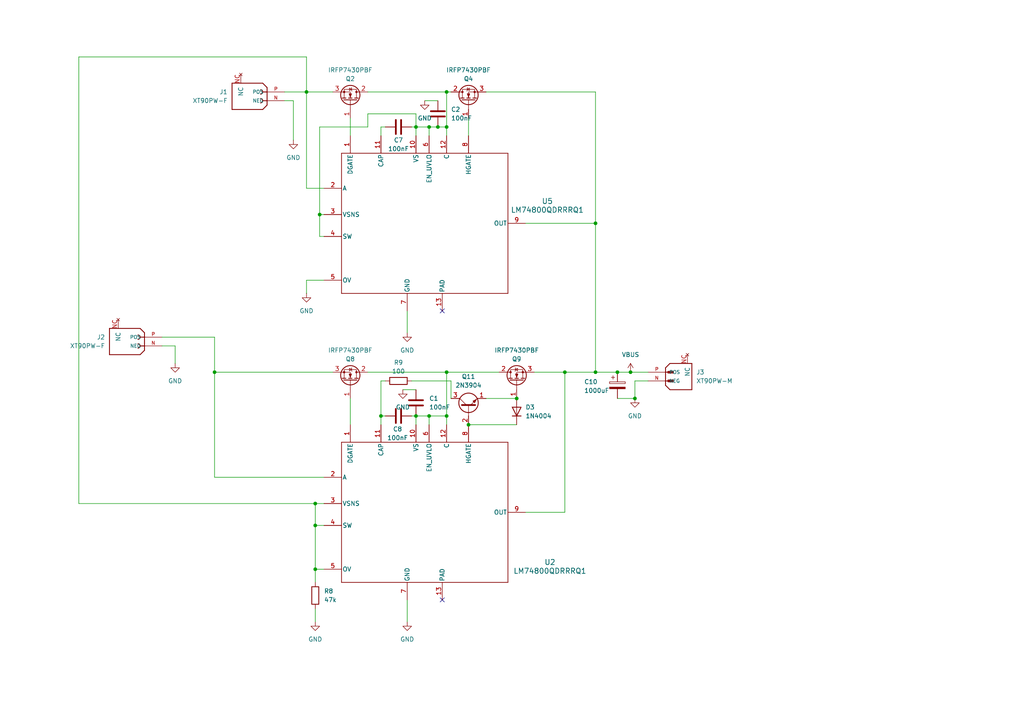
<source format=kicad_sch>
(kicad_sch
	(version 20250114)
	(generator "eeschema")
	(generator_version "9.0")
	(uuid "6149891e-b067-4c27-961f-4033721868df")
	(paper "A4")
	(lib_symbols
		(symbol "2025-05-21_18-58-05:LM74800QDRRRQ1"
			(pin_names
				(offset 0.254)
			)
			(exclude_from_sim no)
			(in_bom yes)
			(on_board yes)
			(property "Reference" "U"
				(at 0.254 1.778 0)
				(effects
					(font
						(size 1.524 1.524)
					)
				)
			)
			(property "Value" "LM74800QDRRRQ1"
				(at 0.254 -0.762 0)
				(effects
					(font
						(size 1.524 1.524)
					)
				)
			)
			(property "Footprint" "DRR0012E"
				(at 0.254 -0.762 0)
				(effects
					(font
						(size 1.27 1.27)
						(italic yes)
					)
					(hide yes)
				)
			)
			(property "Datasheet" "LM74800QDRRRQ1"
				(at 0.254 -0.762 0)
				(effects
					(font
						(size 1.27 1.27)
						(italic yes)
					)
					(hide yes)
				)
			)
			(property "Description" ""
				(at 0 0 0)
				(effects
					(font
						(size 1.27 1.27)
					)
					(hide yes)
				)
			)
			(property "ki_locked" ""
				(at 0 0 0)
				(effects
					(font
						(size 1.27 1.27)
					)
				)
			)
			(property "ki_keywords" "LM74800QDRRRQ1"
				(at 0 0 0)
				(effects
					(font
						(size 1.27 1.27)
					)
					(hide yes)
				)
			)
			(property "ki_fp_filters" "DRR0012E"
				(at 0 0 0)
				(effects
					(font
						(size 1.27 1.27)
					)
					(hide yes)
				)
			)
			(symbol "LM74800QDRRRQ1_0_1"
				(polyline
					(pts
						(xy -24.13 20.32) (xy -24.13 -20.32)
					)
					(stroke
						(width 0.2032)
						(type default)
					)
					(fill
						(type none)
					)
				)
				(polyline
					(pts
						(xy -24.13 -20.32) (xy 24.13 -20.32)
					)
					(stroke
						(width 0.2032)
						(type default)
					)
					(fill
						(type none)
					)
				)
				(polyline
					(pts
						(xy 24.13 20.32) (xy -24.13 20.32)
					)
					(stroke
						(width 0.2032)
						(type default)
					)
					(fill
						(type none)
					)
				)
				(polyline
					(pts
						(xy 24.13 -20.32) (xy 24.13 20.32)
					)
					(stroke
						(width 0.2032)
						(type default)
					)
					(fill
						(type none)
					)
				)
				(pin unspecified line
					(at -29.21 10.16 0)
					(length 5.08)
					(name "A"
						(effects
							(font
								(size 1.27 1.27)
							)
						)
					)
					(number "2"
						(effects
							(font
								(size 1.27 1.27)
							)
						)
					)
				)
				(pin input line
					(at -29.21 2.54 0)
					(length 5.08)
					(name "VSNS"
						(effects
							(font
								(size 1.27 1.27)
							)
						)
					)
					(number "3"
						(effects
							(font
								(size 1.27 1.27)
							)
						)
					)
				)
				(pin input line
					(at -29.21 -3.81 0)
					(length 5.08)
					(name "SW"
						(effects
							(font
								(size 1.27 1.27)
							)
						)
					)
					(number "4"
						(effects
							(font
								(size 1.27 1.27)
							)
						)
					)
				)
				(pin input line
					(at -29.21 -16.51 0)
					(length 5.08)
					(name "OV"
						(effects
							(font
								(size 1.27 1.27)
							)
						)
					)
					(number "5"
						(effects
							(font
								(size 1.27 1.27)
							)
						)
					)
				)
				(pin output line
					(at -21.59 25.4 270)
					(length 5.08)
					(name "DGATE"
						(effects
							(font
								(size 1.27 1.27)
							)
						)
					)
					(number "1"
						(effects
							(font
								(size 1.27 1.27)
							)
						)
					)
				)
				(pin unspecified line
					(at -12.7 25.4 270)
					(length 5.08)
					(name "CAP"
						(effects
							(font
								(size 1.27 1.27)
							)
						)
					)
					(number "11"
						(effects
							(font
								(size 1.27 1.27)
							)
						)
					)
				)
				(pin power_in line
					(at -5.08 -25.4 90)
					(length 5.08)
					(name "GND"
						(effects
							(font
								(size 1.27 1.27)
							)
						)
					)
					(number "7"
						(effects
							(font
								(size 1.27 1.27)
							)
						)
					)
				)
				(pin power_in line
					(at -2.54 25.4 270)
					(length 5.08)
					(name "VS"
						(effects
							(font
								(size 1.27 1.27)
							)
						)
					)
					(number "10"
						(effects
							(font
								(size 1.27 1.27)
							)
						)
					)
				)
				(pin input line
					(at 1.27 25.4 270)
					(length 5.08)
					(name "EN_UVLO"
						(effects
							(font
								(size 1.27 1.27)
							)
						)
					)
					(number "6"
						(effects
							(font
								(size 1.27 1.27)
							)
						)
					)
				)
				(pin unspecified line
					(at 5.08 -25.4 90)
					(length 5.08)
					(name "PAD"
						(effects
							(font
								(size 1.27 1.27)
							)
						)
					)
					(number "13"
						(effects
							(font
								(size 1.27 1.27)
							)
						)
					)
				)
				(pin unspecified line
					(at 6.35 25.4 270)
					(length 5.08)
					(name "C"
						(effects
							(font
								(size 1.27 1.27)
							)
						)
					)
					(number "12"
						(effects
							(font
								(size 1.27 1.27)
							)
						)
					)
				)
				(pin output line
					(at 12.7 25.4 270)
					(length 5.08)
					(name "HGATE"
						(effects
							(font
								(size 1.27 1.27)
							)
						)
					)
					(number "8"
						(effects
							(font
								(size 1.27 1.27)
							)
						)
					)
				)
				(pin power_out line
					(at 29.21 0 180)
					(length 5.08)
					(name "OUT"
						(effects
							(font
								(size 1.27 1.27)
							)
						)
					)
					(number "9"
						(effects
							(font
								(size 1.27 1.27)
							)
						)
					)
				)
			)
			(embedded_fonts no)
		)
		(symbol "Device:C"
			(pin_numbers
				(hide yes)
			)
			(pin_names
				(offset 0.254)
			)
			(exclude_from_sim no)
			(in_bom yes)
			(on_board yes)
			(property "Reference" "C"
				(at 0.635 2.54 0)
				(effects
					(font
						(size 1.27 1.27)
					)
					(justify left)
				)
			)
			(property "Value" "C"
				(at 0.635 -2.54 0)
				(effects
					(font
						(size 1.27 1.27)
					)
					(justify left)
				)
			)
			(property "Footprint" ""
				(at 0.9652 -3.81 0)
				(effects
					(font
						(size 1.27 1.27)
					)
					(hide yes)
				)
			)
			(property "Datasheet" "~"
				(at 0 0 0)
				(effects
					(font
						(size 1.27 1.27)
					)
					(hide yes)
				)
			)
			(property "Description" "Unpolarized capacitor"
				(at 0 0 0)
				(effects
					(font
						(size 1.27 1.27)
					)
					(hide yes)
				)
			)
			(property "ki_keywords" "cap capacitor"
				(at 0 0 0)
				(effects
					(font
						(size 1.27 1.27)
					)
					(hide yes)
				)
			)
			(property "ki_fp_filters" "C_*"
				(at 0 0 0)
				(effects
					(font
						(size 1.27 1.27)
					)
					(hide yes)
				)
			)
			(symbol "C_0_1"
				(polyline
					(pts
						(xy -2.032 0.762) (xy 2.032 0.762)
					)
					(stroke
						(width 0.508)
						(type default)
					)
					(fill
						(type none)
					)
				)
				(polyline
					(pts
						(xy -2.032 -0.762) (xy 2.032 -0.762)
					)
					(stroke
						(width 0.508)
						(type default)
					)
					(fill
						(type none)
					)
				)
			)
			(symbol "C_1_1"
				(pin passive line
					(at 0 3.81 270)
					(length 2.794)
					(name "~"
						(effects
							(font
								(size 1.27 1.27)
							)
						)
					)
					(number "1"
						(effects
							(font
								(size 1.27 1.27)
							)
						)
					)
				)
				(pin passive line
					(at 0 -3.81 90)
					(length 2.794)
					(name "~"
						(effects
							(font
								(size 1.27 1.27)
							)
						)
					)
					(number "2"
						(effects
							(font
								(size 1.27 1.27)
							)
						)
					)
				)
			)
			(embedded_fonts no)
		)
		(symbol "Device:C_Polarized"
			(pin_numbers
				(hide yes)
			)
			(pin_names
				(offset 0.254)
			)
			(exclude_from_sim no)
			(in_bom yes)
			(on_board yes)
			(property "Reference" "C"
				(at 0.635 2.54 0)
				(effects
					(font
						(size 1.27 1.27)
					)
					(justify left)
				)
			)
			(property "Value" "C_Polarized"
				(at 0.635 -2.54 0)
				(effects
					(font
						(size 1.27 1.27)
					)
					(justify left)
				)
			)
			(property "Footprint" ""
				(at 0.9652 -3.81 0)
				(effects
					(font
						(size 1.27 1.27)
					)
					(hide yes)
				)
			)
			(property "Datasheet" "~"
				(at 0 0 0)
				(effects
					(font
						(size 1.27 1.27)
					)
					(hide yes)
				)
			)
			(property "Description" "Polarized capacitor"
				(at 0 0 0)
				(effects
					(font
						(size 1.27 1.27)
					)
					(hide yes)
				)
			)
			(property "ki_keywords" "cap capacitor"
				(at 0 0 0)
				(effects
					(font
						(size 1.27 1.27)
					)
					(hide yes)
				)
			)
			(property "ki_fp_filters" "CP_*"
				(at 0 0 0)
				(effects
					(font
						(size 1.27 1.27)
					)
					(hide yes)
				)
			)
			(symbol "C_Polarized_0_1"
				(rectangle
					(start -2.286 0.508)
					(end 2.286 1.016)
					(stroke
						(width 0)
						(type default)
					)
					(fill
						(type none)
					)
				)
				(polyline
					(pts
						(xy -1.778 2.286) (xy -0.762 2.286)
					)
					(stroke
						(width 0)
						(type default)
					)
					(fill
						(type none)
					)
				)
				(polyline
					(pts
						(xy -1.27 2.794) (xy -1.27 1.778)
					)
					(stroke
						(width 0)
						(type default)
					)
					(fill
						(type none)
					)
				)
				(rectangle
					(start 2.286 -0.508)
					(end -2.286 -1.016)
					(stroke
						(width 0)
						(type default)
					)
					(fill
						(type outline)
					)
				)
			)
			(symbol "C_Polarized_1_1"
				(pin passive line
					(at 0 3.81 270)
					(length 2.794)
					(name "~"
						(effects
							(font
								(size 1.27 1.27)
							)
						)
					)
					(number "1"
						(effects
							(font
								(size 1.27 1.27)
							)
						)
					)
				)
				(pin passive line
					(at 0 -3.81 90)
					(length 2.794)
					(name "~"
						(effects
							(font
								(size 1.27 1.27)
							)
						)
					)
					(number "2"
						(effects
							(font
								(size 1.27 1.27)
							)
						)
					)
				)
			)
			(embedded_fonts no)
		)
		(symbol "Device:R"
			(pin_numbers
				(hide yes)
			)
			(pin_names
				(offset 0)
			)
			(exclude_from_sim no)
			(in_bom yes)
			(on_board yes)
			(property "Reference" "R"
				(at 2.032 0 90)
				(effects
					(font
						(size 1.27 1.27)
					)
				)
			)
			(property "Value" "R"
				(at 0 0 90)
				(effects
					(font
						(size 1.27 1.27)
					)
				)
			)
			(property "Footprint" ""
				(at -1.778 0 90)
				(effects
					(font
						(size 1.27 1.27)
					)
					(hide yes)
				)
			)
			(property "Datasheet" "~"
				(at 0 0 0)
				(effects
					(font
						(size 1.27 1.27)
					)
					(hide yes)
				)
			)
			(property "Description" "Resistor"
				(at 0 0 0)
				(effects
					(font
						(size 1.27 1.27)
					)
					(hide yes)
				)
			)
			(property "ki_keywords" "R res resistor"
				(at 0 0 0)
				(effects
					(font
						(size 1.27 1.27)
					)
					(hide yes)
				)
			)
			(property "ki_fp_filters" "R_*"
				(at 0 0 0)
				(effects
					(font
						(size 1.27 1.27)
					)
					(hide yes)
				)
			)
			(symbol "R_0_1"
				(rectangle
					(start -1.016 -2.54)
					(end 1.016 2.54)
					(stroke
						(width 0.254)
						(type default)
					)
					(fill
						(type none)
					)
				)
			)
			(symbol "R_1_1"
				(pin passive line
					(at 0 3.81 270)
					(length 1.27)
					(name "~"
						(effects
							(font
								(size 1.27 1.27)
							)
						)
					)
					(number "1"
						(effects
							(font
								(size 1.27 1.27)
							)
						)
					)
				)
				(pin passive line
					(at 0 -3.81 90)
					(length 1.27)
					(name "~"
						(effects
							(font
								(size 1.27 1.27)
							)
						)
					)
					(number "2"
						(effects
							(font
								(size 1.27 1.27)
							)
						)
					)
				)
			)
			(embedded_fonts no)
		)
		(symbol "Diode:1N4004"
			(pin_numbers
				(hide yes)
			)
			(pin_names
				(hide yes)
			)
			(exclude_from_sim no)
			(in_bom yes)
			(on_board yes)
			(property "Reference" "D"
				(at 0 2.54 0)
				(effects
					(font
						(size 1.27 1.27)
					)
				)
			)
			(property "Value" "1N4004"
				(at 0 -2.54 0)
				(effects
					(font
						(size 1.27 1.27)
					)
				)
			)
			(property "Footprint" "Diode_THT:D_DO-41_SOD81_P10.16mm_Horizontal"
				(at 0 -4.445 0)
				(effects
					(font
						(size 1.27 1.27)
					)
					(hide yes)
				)
			)
			(property "Datasheet" "http://www.vishay.com/docs/88503/1n4001.pdf"
				(at 0 0 0)
				(effects
					(font
						(size 1.27 1.27)
					)
					(hide yes)
				)
			)
			(property "Description" "400V 1A General Purpose Rectifier Diode, DO-41"
				(at 0 0 0)
				(effects
					(font
						(size 1.27 1.27)
					)
					(hide yes)
				)
			)
			(property "Sim.Device" "D"
				(at 0 0 0)
				(effects
					(font
						(size 1.27 1.27)
					)
					(hide yes)
				)
			)
			(property "Sim.Pins" "1=K 2=A"
				(at 0 0 0)
				(effects
					(font
						(size 1.27 1.27)
					)
					(hide yes)
				)
			)
			(property "ki_keywords" "diode"
				(at 0 0 0)
				(effects
					(font
						(size 1.27 1.27)
					)
					(hide yes)
				)
			)
			(property "ki_fp_filters" "D*DO?41*"
				(at 0 0 0)
				(effects
					(font
						(size 1.27 1.27)
					)
					(hide yes)
				)
			)
			(symbol "1N4004_0_1"
				(polyline
					(pts
						(xy -1.27 1.27) (xy -1.27 -1.27)
					)
					(stroke
						(width 0.254)
						(type default)
					)
					(fill
						(type none)
					)
				)
				(polyline
					(pts
						(xy 1.27 1.27) (xy 1.27 -1.27) (xy -1.27 0) (xy 1.27 1.27)
					)
					(stroke
						(width 0.254)
						(type default)
					)
					(fill
						(type none)
					)
				)
				(polyline
					(pts
						(xy 1.27 0) (xy -1.27 0)
					)
					(stroke
						(width 0)
						(type default)
					)
					(fill
						(type none)
					)
				)
			)
			(symbol "1N4004_1_1"
				(pin passive line
					(at -3.81 0 0)
					(length 2.54)
					(name "K"
						(effects
							(font
								(size 1.27 1.27)
							)
						)
					)
					(number "1"
						(effects
							(font
								(size 1.27 1.27)
							)
						)
					)
				)
				(pin passive line
					(at 3.81 0 180)
					(length 2.54)
					(name "A"
						(effects
							(font
								(size 1.27 1.27)
							)
						)
					)
					(number "2"
						(effects
							(font
								(size 1.27 1.27)
							)
						)
					)
				)
			)
			(embedded_fonts no)
		)
		(symbol "Transistor_BJT:2N3904"
			(pin_names
				(offset 0)
				(hide yes)
			)
			(exclude_from_sim no)
			(in_bom yes)
			(on_board yes)
			(property "Reference" "Q"
				(at 5.08 1.905 0)
				(effects
					(font
						(size 1.27 1.27)
					)
					(justify left)
				)
			)
			(property "Value" "2N3904"
				(at 5.08 0 0)
				(effects
					(font
						(size 1.27 1.27)
					)
					(justify left)
				)
			)
			(property "Footprint" "Package_TO_SOT_THT:TO-92_Inline"
				(at 5.08 -1.905 0)
				(effects
					(font
						(size 1.27 1.27)
						(italic yes)
					)
					(justify left)
					(hide yes)
				)
			)
			(property "Datasheet" "https://www.onsemi.com/pub/Collateral/2N3903-D.PDF"
				(at 0 0 0)
				(effects
					(font
						(size 1.27 1.27)
					)
					(justify left)
					(hide yes)
				)
			)
			(property "Description" "0.2A Ic, 40V Vce, Small Signal NPN Transistor, TO-92"
				(at 0 0 0)
				(effects
					(font
						(size 1.27 1.27)
					)
					(hide yes)
				)
			)
			(property "ki_keywords" "NPN Transistor"
				(at 0 0 0)
				(effects
					(font
						(size 1.27 1.27)
					)
					(hide yes)
				)
			)
			(property "ki_fp_filters" "TO?92*"
				(at 0 0 0)
				(effects
					(font
						(size 1.27 1.27)
					)
					(hide yes)
				)
			)
			(symbol "2N3904_0_1"
				(polyline
					(pts
						(xy -2.54 0) (xy 0.635 0)
					)
					(stroke
						(width 0)
						(type default)
					)
					(fill
						(type none)
					)
				)
				(polyline
					(pts
						(xy 0.635 1.905) (xy 0.635 -1.905)
					)
					(stroke
						(width 0.508)
						(type default)
					)
					(fill
						(type none)
					)
				)
				(circle
					(center 1.27 0)
					(radius 2.8194)
					(stroke
						(width 0.254)
						(type default)
					)
					(fill
						(type none)
					)
				)
			)
			(symbol "2N3904_1_1"
				(polyline
					(pts
						(xy 0.635 0.635) (xy 2.54 2.54)
					)
					(stroke
						(width 0)
						(type default)
					)
					(fill
						(type none)
					)
				)
				(polyline
					(pts
						(xy 0.635 -0.635) (xy 2.54 -2.54)
					)
					(stroke
						(width 0)
						(type default)
					)
					(fill
						(type none)
					)
				)
				(polyline
					(pts
						(xy 1.27 -1.778) (xy 1.778 -1.27) (xy 2.286 -2.286) (xy 1.27 -1.778)
					)
					(stroke
						(width 0)
						(type default)
					)
					(fill
						(type outline)
					)
				)
				(pin input line
					(at -5.08 0 0)
					(length 2.54)
					(name "B"
						(effects
							(font
								(size 1.27 1.27)
							)
						)
					)
					(number "2"
						(effects
							(font
								(size 1.27 1.27)
							)
						)
					)
				)
				(pin passive line
					(at 2.54 5.08 270)
					(length 2.54)
					(name "C"
						(effects
							(font
								(size 1.27 1.27)
							)
						)
					)
					(number "3"
						(effects
							(font
								(size 1.27 1.27)
							)
						)
					)
				)
				(pin passive line
					(at 2.54 -5.08 90)
					(length 2.54)
					(name "E"
						(effects
							(font
								(size 1.27 1.27)
							)
						)
					)
					(number "1"
						(effects
							(font
								(size 1.27 1.27)
							)
						)
					)
				)
			)
			(embedded_fonts no)
		)
		(symbol "Transistor_FET:IRFP4468PbF"
			(pin_names
				(hide yes)
			)
			(exclude_from_sim no)
			(in_bom yes)
			(on_board yes)
			(property "Reference" "Q"
				(at 5.08 1.905 0)
				(effects
					(font
						(size 1.27 1.27)
					)
					(justify left)
				)
			)
			(property "Value" "IRFP4468PbF"
				(at 5.08 0 0)
				(effects
					(font
						(size 1.27 1.27)
					)
					(justify left)
				)
			)
			(property "Footprint" "Package_TO_SOT_THT:TO-247-3_Vertical"
				(at 5.08 -1.905 0)
				(effects
					(font
						(size 1.27 1.27)
						(italic yes)
					)
					(justify left)
					(hide yes)
				)
			)
			(property "Datasheet" "https://www.infineon.com/dgdl/irfp4468pbf.pdf?fileId=5546d462533600a40153562c73472019"
				(at 5.08 -3.81 0)
				(effects
					(font
						(size 1.27 1.27)
					)
					(justify left)
					(hide yes)
				)
			)
			(property "Description" "195A Id, 100V Vds, N-Channel Power MOSFET, TO-247"
				(at 0 0 0)
				(effects
					(font
						(size 1.27 1.27)
					)
					(hide yes)
				)
			)
			(property "ki_keywords" "N-Channel Power MOSFET"
				(at 0 0 0)
				(effects
					(font
						(size 1.27 1.27)
					)
					(hide yes)
				)
			)
			(property "ki_fp_filters" "TO?247*"
				(at 0 0 0)
				(effects
					(font
						(size 1.27 1.27)
					)
					(hide yes)
				)
			)
			(symbol "IRFP4468PbF_0_1"
				(polyline
					(pts
						(xy 0.254 1.905) (xy 0.254 -1.905)
					)
					(stroke
						(width 0.254)
						(type default)
					)
					(fill
						(type none)
					)
				)
				(polyline
					(pts
						(xy 0.254 0) (xy -2.54 0)
					)
					(stroke
						(width 0)
						(type default)
					)
					(fill
						(type none)
					)
				)
				(polyline
					(pts
						(xy 0.762 2.286) (xy 0.762 1.27)
					)
					(stroke
						(width 0.254)
						(type default)
					)
					(fill
						(type none)
					)
				)
				(polyline
					(pts
						(xy 0.762 0.508) (xy 0.762 -0.508)
					)
					(stroke
						(width 0.254)
						(type default)
					)
					(fill
						(type none)
					)
				)
				(polyline
					(pts
						(xy 0.762 -1.27) (xy 0.762 -2.286)
					)
					(stroke
						(width 0.254)
						(type default)
					)
					(fill
						(type none)
					)
				)
				(polyline
					(pts
						(xy 0.762 -1.778) (xy 3.302 -1.778) (xy 3.302 1.778) (xy 0.762 1.778)
					)
					(stroke
						(width 0)
						(type default)
					)
					(fill
						(type none)
					)
				)
				(polyline
					(pts
						(xy 1.016 0) (xy 2.032 0.381) (xy 2.032 -0.381) (xy 1.016 0)
					)
					(stroke
						(width 0)
						(type default)
					)
					(fill
						(type outline)
					)
				)
				(circle
					(center 1.651 0)
					(radius 2.794)
					(stroke
						(width 0.254)
						(type default)
					)
					(fill
						(type none)
					)
				)
				(polyline
					(pts
						(xy 2.54 2.54) (xy 2.54 1.778)
					)
					(stroke
						(width 0)
						(type default)
					)
					(fill
						(type none)
					)
				)
				(circle
					(center 2.54 1.778)
					(radius 0.254)
					(stroke
						(width 0)
						(type default)
					)
					(fill
						(type outline)
					)
				)
				(circle
					(center 2.54 -1.778)
					(radius 0.254)
					(stroke
						(width 0)
						(type default)
					)
					(fill
						(type outline)
					)
				)
				(polyline
					(pts
						(xy 2.54 -2.54) (xy 2.54 0) (xy 0.762 0)
					)
					(stroke
						(width 0)
						(type default)
					)
					(fill
						(type none)
					)
				)
				(polyline
					(pts
						(xy 2.794 0.508) (xy 2.921 0.381) (xy 3.683 0.381) (xy 3.81 0.254)
					)
					(stroke
						(width 0)
						(type default)
					)
					(fill
						(type none)
					)
				)
				(polyline
					(pts
						(xy 3.302 0.381) (xy 2.921 -0.254) (xy 3.683 -0.254) (xy 3.302 0.381)
					)
					(stroke
						(width 0)
						(type default)
					)
					(fill
						(type none)
					)
				)
			)
			(symbol "IRFP4468PbF_1_1"
				(pin input line
					(at -5.08 0 0)
					(length 2.54)
					(name "G"
						(effects
							(font
								(size 1.27 1.27)
							)
						)
					)
					(number "1"
						(effects
							(font
								(size 1.27 1.27)
							)
						)
					)
				)
				(pin passive line
					(at 2.54 5.08 270)
					(length 2.54)
					(name "D"
						(effects
							(font
								(size 1.27 1.27)
							)
						)
					)
					(number "2"
						(effects
							(font
								(size 1.27 1.27)
							)
						)
					)
				)
				(pin passive line
					(at 2.54 -5.08 90)
					(length 2.54)
					(name "S"
						(effects
							(font
								(size 1.27 1.27)
							)
						)
					)
					(number "3"
						(effects
							(font
								(size 1.27 1.27)
							)
						)
					)
				)
			)
			(embedded_fonts no)
		)
		(symbol "XT90PW-F:XT90PW-F"
			(pin_names
				(offset 1.016)
			)
			(exclude_from_sim no)
			(in_bom yes)
			(on_board yes)
			(property "Reference" "J3"
				(at -5.08 7.62 0)
				(effects
					(font
						(size 1.27 1.27)
					)
				)
			)
			(property "Value" "XT90PW-F"
				(at -5.08 5.08 0)
				(effects
					(font
						(size 1.27 1.27)
					)
				)
			)
			(property "Footprint" "Connector_AMASS:AMASS_XT90PW-M_1x02_P10.90mm_Horizontal"
				(at 0 0 0)
				(effects
					(font
						(size 1.27 1.27)
					)
					(justify bottom)
					(hide yes)
				)
			)
			(property "Datasheet" ""
				(at 0 0 0)
				(effects
					(font
						(size 1.27 1.27)
					)
					(hide yes)
				)
			)
			(property "Description" ""
				(at 0 0 0)
				(effects
					(font
						(size 1.27 1.27)
					)
					(hide yes)
				)
			)
			(property "MF" "AMASS"
				(at 0 0 0)
				(effects
					(font
						(size 1.27 1.27)
					)
					(justify bottom)
					(hide yes)
				)
			)
			(property "MAXIMUM_PACKAGE_HEIGHT" "10.3 mm"
				(at 0 0 0)
				(effects
					(font
						(size 1.27 1.27)
					)
					(justify bottom)
					(hide yes)
				)
			)
			(property "Package" "Package"
				(at 0 0 0)
				(effects
					(font
						(size 1.27 1.27)
					)
					(justify bottom)
					(hide yes)
				)
			)
			(property "Price" "None"
				(at 0 0 0)
				(effects
					(font
						(size 1.27 1.27)
					)
					(justify bottom)
					(hide yes)
				)
			)
			(property "Check_prices" "https://www.snapeda.com/parts/XT90PW-F/AMASS/view-part/?ref=eda"
				(at 0 0 0)
				(effects
					(font
						(size 1.27 1.27)
					)
					(justify bottom)
					(hide yes)
				)
			)
			(property "STANDARD" "Manufacturer Recommendations"
				(at 0 0 0)
				(effects
					(font
						(size 1.27 1.27)
					)
					(justify bottom)
					(hide yes)
				)
			)
			(property "PARTREV" "V00"
				(at 0 0 0)
				(effects
					(font
						(size 1.27 1.27)
					)
					(justify bottom)
					(hide yes)
				)
			)
			(property "SnapEDA_Link" "https://www.snapeda.com/parts/XT90PW-F/AMASS/view-part/?ref=snap"
				(at 0 0 0)
				(effects
					(font
						(size 1.27 1.27)
					)
					(justify bottom)
					(hide yes)
				)
			)
			(property "MP" "XT90PW-F"
				(at 0 0 0)
				(effects
					(font
						(size 1.27 1.27)
					)
					(justify bottom)
					(hide yes)
				)
			)
			(property "Description_1" "Socket, DC supply, XT90, female, PIN:2, on PCBs, THT"
				(at 0 0 0)
				(effects
					(font
						(size 1.27 1.27)
					)
					(justify bottom)
					(hide yes)
				)
			)
			(property "Availability" "In Stock"
				(at 0 0 0)
				(effects
					(font
						(size 1.27 1.27)
					)
					(justify bottom)
					(hide yes)
				)
			)
			(property "MANUFACTURER" "AMASS"
				(at 0 0 0)
				(effects
					(font
						(size 1.27 1.27)
					)
					(justify bottom)
					(hide yes)
				)
			)
			(property "Link" "https://a.co/d/8jOimWO"
				(at 0 0 0)
				(effects
					(font
						(size 1.27 1.27)
					)
					(hide yes)
				)
			)
			(property "Mouser PN" "~"
				(at 0 0 0)
				(effects
					(font
						(size 1.27 1.27)
					)
					(hide yes)
				)
			)
			(property "Notes" "Same As Male?"
				(at 0 0 0)
				(effects
					(font
						(size 1.27 1.27)
					)
					(hide yes)
				)
			)
			(symbol "XT90PW-F_0_0"
				(polyline
					(pts
						(xy -10.16 2.54) (xy -1.27 2.54)
					)
					(stroke
						(width 0.254)
						(type default)
					)
					(fill
						(type none)
					)
				)
				(polyline
					(pts
						(xy -10.16 -5.08) (xy -10.16 2.54)
					)
					(stroke
						(width 0.254)
						(type default)
					)
					(fill
						(type none)
					)
				)
				(arc
					(start -1.905 0.635)
					(mid -1.2727 0)
					(end -1.905 -0.635)
					(stroke
						(width 0.254)
						(type default)
					)
					(fill
						(type none)
					)
				)
				(arc
					(start -1.905 -1.905)
					(mid -1.2727 -2.54)
					(end -1.905 -3.175)
					(stroke
						(width 0.254)
						(type default)
					)
					(fill
						(type none)
					)
				)
				(polyline
					(pts
						(xy -1.27 -5.08) (xy -10.16 -5.08)
					)
					(stroke
						(width 0.254)
						(type default)
					)
					(fill
						(type none)
					)
				)
				(polyline
					(pts
						(xy 0 1.27) (xy -1.27 2.54)
					)
					(stroke
						(width 0.254)
						(type default)
					)
					(fill
						(type none)
					)
				)
				(polyline
					(pts
						(xy 0 1.27) (xy 0 0)
					)
					(stroke
						(width 0.254)
						(type default)
					)
					(fill
						(type none)
					)
				)
				(polyline
					(pts
						(xy 0 0) (xy -1.27 0)
					)
					(stroke
						(width 0.254)
						(type default)
					)
					(fill
						(type none)
					)
				)
				(polyline
					(pts
						(xy 0 0) (xy 0 -3.81)
					)
					(stroke
						(width 0.254)
						(type default)
					)
					(fill
						(type none)
					)
				)
				(polyline
					(pts
						(xy 0 -2.54) (xy -1.27 -2.54)
					)
					(stroke
						(width 0.254)
						(type default)
					)
					(fill
						(type none)
					)
				)
				(polyline
					(pts
						(xy 0 -3.81) (xy -1.27 -5.08)
					)
					(stroke
						(width 0.254)
						(type default)
					)
					(fill
						(type none)
					)
				)
				(pin passive line
					(at 5.08 0 180)
					(length 5.08)
					(name "POS"
						(effects
							(font
								(size 1.016 1.016)
							)
						)
					)
					(number "P"
						(effects
							(font
								(size 1.016 1.016)
							)
						)
					)
				)
				(pin passive line
					(at 5.08 -2.54 180)
					(length 5.08)
					(name "NEG"
						(effects
							(font
								(size 1.016 1.016)
							)
						)
					)
					(number "N"
						(effects
							(font
								(size 1.016 1.016)
							)
						)
					)
				)
			)
			(symbol "XT90PW-F_1_1"
				(pin no_connect line
					(at -7.62 5.08 270)
					(length 2.54)
					(name "NC"
						(effects
							(font
								(size 1.27 1.27)
							)
						)
					)
					(number "NC"
						(effects
							(font
								(size 1.27 1.27)
							)
						)
					)
				)
			)
			(embedded_fonts no)
		)
		(symbol "XT90PW-F_1"
			(pin_names
				(offset 1.016)
			)
			(exclude_from_sim no)
			(in_bom yes)
			(on_board yes)
			(property "Reference" "J3"
				(at -5.08 7.62 0)
				(effects
					(font
						(size 1.27 1.27)
					)
				)
			)
			(property "Value" "XT90PW-F"
				(at -5.08 5.08 0)
				(effects
					(font
						(size 1.27 1.27)
					)
				)
			)
			(property "Footprint" "Connector_AMASS:AMASS_XT90PW-M_1x02_P10.90mm_Horizontal"
				(at 0 0 0)
				(effects
					(font
						(size 1.27 1.27)
					)
					(justify bottom)
					(hide yes)
				)
			)
			(property "Datasheet" ""
				(at 0 0 0)
				(effects
					(font
						(size 1.27 1.27)
					)
					(hide yes)
				)
			)
			(property "Description" ""
				(at 0 0 0)
				(effects
					(font
						(size 1.27 1.27)
					)
					(hide yes)
				)
			)
			(property "MF" "AMASS"
				(at 0 0 0)
				(effects
					(font
						(size 1.27 1.27)
					)
					(justify bottom)
					(hide yes)
				)
			)
			(property "MAXIMUM_PACKAGE_HEIGHT" "10.3 mm"
				(at 0 0 0)
				(effects
					(font
						(size 1.27 1.27)
					)
					(justify bottom)
					(hide yes)
				)
			)
			(property "Package" "Package"
				(at 0 0 0)
				(effects
					(font
						(size 1.27 1.27)
					)
					(justify bottom)
					(hide yes)
				)
			)
			(property "Price" "None"
				(at 0 0 0)
				(effects
					(font
						(size 1.27 1.27)
					)
					(justify bottom)
					(hide yes)
				)
			)
			(property "Check_prices" "https://www.snapeda.com/parts/XT90PW-F/AMASS/view-part/?ref=eda"
				(at 0 0 0)
				(effects
					(font
						(size 1.27 1.27)
					)
					(justify bottom)
					(hide yes)
				)
			)
			(property "STANDARD" "Manufacturer Recommendations"
				(at 0 0 0)
				(effects
					(font
						(size 1.27 1.27)
					)
					(justify bottom)
					(hide yes)
				)
			)
			(property "PARTREV" "V00"
				(at 0 0 0)
				(effects
					(font
						(size 1.27 1.27)
					)
					(justify bottom)
					(hide yes)
				)
			)
			(property "SnapEDA_Link" "https://www.snapeda.com/parts/XT90PW-F/AMASS/view-part/?ref=snap"
				(at 0 0 0)
				(effects
					(font
						(size 1.27 1.27)
					)
					(justify bottom)
					(hide yes)
				)
			)
			(property "MP" "XT90PW-F"
				(at 0 0 0)
				(effects
					(font
						(size 1.27 1.27)
					)
					(justify bottom)
					(hide yes)
				)
			)
			(property "Description_1" "Socket, DC supply, XT90, female, PIN:2, on PCBs, THT"
				(at 0 0 0)
				(effects
					(font
						(size 1.27 1.27)
					)
					(justify bottom)
					(hide yes)
				)
			)
			(property "Availability" "In Stock"
				(at 0 0 0)
				(effects
					(font
						(size 1.27 1.27)
					)
					(justify bottom)
					(hide yes)
				)
			)
			(property "MANUFACTURER" "AMASS"
				(at 0 0 0)
				(effects
					(font
						(size 1.27 1.27)
					)
					(justify bottom)
					(hide yes)
				)
			)
			(property "Link" "https://a.co/d/8jOimWO"
				(at 0 0 0)
				(effects
					(font
						(size 1.27 1.27)
					)
					(hide yes)
				)
			)
			(property "Mouser PN" "~"
				(at 0 0 0)
				(effects
					(font
						(size 1.27 1.27)
					)
					(hide yes)
				)
			)
			(property "Notes" "Same As Male?"
				(at 0 0 0)
				(effects
					(font
						(size 1.27 1.27)
					)
					(hide yes)
				)
			)
			(symbol "XT90PW-F_1_0_0"
				(polyline
					(pts
						(xy -10.16 2.54) (xy -1.27 2.54)
					)
					(stroke
						(width 0.254)
						(type default)
					)
					(fill
						(type none)
					)
				)
				(polyline
					(pts
						(xy -10.16 -5.08) (xy -10.16 2.54)
					)
					(stroke
						(width 0.254)
						(type default)
					)
					(fill
						(type none)
					)
				)
				(arc
					(start -1.905 0.635)
					(mid -1.2727 0)
					(end -1.905 -0.635)
					(stroke
						(width 0.254)
						(type default)
					)
					(fill
						(type none)
					)
				)
				(arc
					(start -1.905 -1.905)
					(mid -1.2727 -2.54)
					(end -1.905 -3.175)
					(stroke
						(width 0.254)
						(type default)
					)
					(fill
						(type none)
					)
				)
				(polyline
					(pts
						(xy -1.27 -5.08) (xy -10.16 -5.08)
					)
					(stroke
						(width 0.254)
						(type default)
					)
					(fill
						(type none)
					)
				)
				(polyline
					(pts
						(xy 0 1.27) (xy -1.27 2.54)
					)
					(stroke
						(width 0.254)
						(type default)
					)
					(fill
						(type none)
					)
				)
				(polyline
					(pts
						(xy 0 1.27) (xy 0 0)
					)
					(stroke
						(width 0.254)
						(type default)
					)
					(fill
						(type none)
					)
				)
				(polyline
					(pts
						(xy 0 0) (xy -1.27 0)
					)
					(stroke
						(width 0.254)
						(type default)
					)
					(fill
						(type none)
					)
				)
				(polyline
					(pts
						(xy 0 0) (xy 0 -3.81)
					)
					(stroke
						(width 0.254)
						(type default)
					)
					(fill
						(type none)
					)
				)
				(polyline
					(pts
						(xy 0 -2.54) (xy -1.27 -2.54)
					)
					(stroke
						(width 0.254)
						(type default)
					)
					(fill
						(type none)
					)
				)
				(polyline
					(pts
						(xy 0 -3.81) (xy -1.27 -5.08)
					)
					(stroke
						(width 0.254)
						(type default)
					)
					(fill
						(type none)
					)
				)
				(pin passive line
					(at 5.08 0 180)
					(length 5.08)
					(name "POS"
						(effects
							(font
								(size 1.016 1.016)
							)
						)
					)
					(number "P"
						(effects
							(font
								(size 1.016 1.016)
							)
						)
					)
				)
				(pin passive line
					(at 5.08 -2.54 180)
					(length 5.08)
					(name "NEG"
						(effects
							(font
								(size 1.016 1.016)
							)
						)
					)
					(number "N"
						(effects
							(font
								(size 1.016 1.016)
							)
						)
					)
				)
			)
			(symbol "XT90PW-F_1_1_1"
				(pin no_connect line
					(at -7.62 5.08 270)
					(length 2.54)
					(name "NC"
						(effects
							(font
								(size 1.27 1.27)
							)
						)
					)
					(number "NC"
						(effects
							(font
								(size 1.27 1.27)
							)
						)
					)
				)
			)
			(embedded_fonts no)
		)
		(symbol "XT90PW-M:XT90PW-M"
			(pin_names
				(offset 1.016)
			)
			(exclude_from_sim no)
			(in_bom yes)
			(on_board yes)
			(property "Reference" "J4"
				(at 8.89 0.0001 0)
				(effects
					(font
						(size 1.27 1.27)
					)
					(justify left)
				)
			)
			(property "Value" "XT90PW-M"
				(at 8.89 -2.5399 0)
				(effects
					(font
						(size 1.27 1.27)
					)
					(justify left)
				)
			)
			(property "Footprint" "Connector_AMASS:AMASS_XT90PW-M_1x02_P10.90mm_Horizontal"
				(at 0 0 0)
				(effects
					(font
						(size 1.27 1.27)
					)
					(justify bottom)
					(hide yes)
				)
			)
			(property "Datasheet" ""
				(at 0 0 0)
				(effects
					(font
						(size 1.27 1.27)
					)
					(hide yes)
				)
			)
			(property "Description" ""
				(at 0 0 0)
				(effects
					(font
						(size 1.27 1.27)
					)
					(hide yes)
				)
			)
			(property "MF" "AMASS"
				(at 0 0 0)
				(effects
					(font
						(size 1.27 1.27)
					)
					(justify bottom)
					(hide yes)
				)
			)
			(property "Description_1" "Socket; DC supply; XT90; male; PIN: 2; on PCBs; THT; Colour: yellow"
				(at 0 0 0)
				(effects
					(font
						(size 1.27 1.27)
					)
					(justify bottom)
					(hide yes)
				)
			)
			(property "Package" "Package"
				(at 0 0 0)
				(effects
					(font
						(size 1.27 1.27)
					)
					(justify bottom)
					(hide yes)
				)
			)
			(property "Price" "None"
				(at 0 0 0)
				(effects
					(font
						(size 1.27 1.27)
					)
					(justify bottom)
					(hide yes)
				)
			)
			(property "Check_prices" "https://www.snapeda.com/parts/XT90PW-M/AMASS/view-part/?ref=eda"
				(at 0 0 0)
				(effects
					(font
						(size 1.27 1.27)
					)
					(justify bottom)
					(hide yes)
				)
			)
			(property "MAXIMUM_PACKAGE_HIEGHT" "10.3mm"
				(at 0 0 0)
				(effects
					(font
						(size 1.27 1.27)
					)
					(justify bottom)
					(hide yes)
				)
			)
			(property "STANDARD" "Manufacturer Recommendations"
				(at 0 0 0)
				(effects
					(font
						(size 1.27 1.27)
					)
					(justify bottom)
					(hide yes)
				)
			)
			(property "PARTREV" "V00"
				(at 0 0 0)
				(effects
					(font
						(size 1.27 1.27)
					)
					(justify bottom)
					(hide yes)
				)
			)
			(property "SnapEDA_Link" "https://www.snapeda.com/parts/XT90PW-M/AMASS/view-part/?ref=snap"
				(at 0 0 0)
				(effects
					(font
						(size 1.27 1.27)
					)
					(justify bottom)
					(hide yes)
				)
			)
			(property "MP" "XT90PW-M"
				(at 0 0 0)
				(effects
					(font
						(size 1.27 1.27)
					)
					(justify bottom)
					(hide yes)
				)
			)
			(property "Availability" "In Stock"
				(at 0 0 0)
				(effects
					(font
						(size 1.27 1.27)
					)
					(justify bottom)
					(hide yes)
				)
			)
			(property "MANUFACTURER" "AMASS"
				(at 0 0 0)
				(effects
					(font
						(size 1.27 1.27)
					)
					(justify bottom)
					(hide yes)
				)
			)
			(property "Link" "https://a.co/d/8jOimWO"
				(at 0 0 0)
				(effects
					(font
						(size 1.27 1.27)
					)
					(hide yes)
				)
			)
			(property "Mouser PN" "~"
				(at 0 0 0)
				(effects
					(font
						(size 1.27 1.27)
					)
					(hide yes)
				)
			)
			(property "Notes" "Same as Female"
				(at 0 0 0)
				(effects
					(font
						(size 1.27 1.27)
					)
					(hide yes)
				)
			)
			(symbol "XT90PW-M_0_0"
				(polyline
					(pts
						(xy 0 1.27) (xy 0 0)
					)
					(stroke
						(width 0.254)
						(type default)
					)
					(fill
						(type none)
					)
				)
				(polyline
					(pts
						(xy 0 1.27) (xy 1.27 2.54)
					)
					(stroke
						(width 0.254)
						(type default)
					)
					(fill
						(type none)
					)
				)
				(polyline
					(pts
						(xy 0 0) (xy 0 -3.81)
					)
					(stroke
						(width 0.254)
						(type default)
					)
					(fill
						(type none)
					)
				)
				(polyline
					(pts
						(xy 0 0) (xy 1.905 0)
					)
					(stroke
						(width 0.254)
						(type default)
					)
					(fill
						(type none)
					)
				)
				(polyline
					(pts
						(xy 0 -2.54) (xy 1.905 -2.54)
					)
					(stroke
						(width 0.254)
						(type default)
					)
					(fill
						(type none)
					)
				)
				(polyline
					(pts
						(xy 0 -3.81) (xy 1.27 -5.08)
					)
					(stroke
						(width 0.254)
						(type default)
					)
					(fill
						(type none)
					)
				)
				(rectangle
					(start 0.635 -0.3175)
					(end 2.2225 0.3175)
					(stroke
						(width 0.1)
						(type default)
					)
					(fill
						(type outline)
					)
				)
				(rectangle
					(start 0.635 -2.8575)
					(end 2.2225 -2.2225)
					(stroke
						(width 0.1)
						(type default)
					)
					(fill
						(type outline)
					)
				)
				(polyline
					(pts
						(xy 1.27 -5.08) (xy 7.62 -5.08)
					)
					(stroke
						(width 0.254)
						(type default)
					)
					(fill
						(type none)
					)
				)
				(polyline
					(pts
						(xy 7.62 2.54) (xy 1.27 2.54)
					)
					(stroke
						(width 0.254)
						(type default)
					)
					(fill
						(type none)
					)
				)
				(polyline
					(pts
						(xy 7.62 -5.08) (xy 7.62 2.54)
					)
					(stroke
						(width 0.254)
						(type default)
					)
					(fill
						(type none)
					)
				)
				(pin passive line
					(at -5.08 0 0)
					(length 5.08)
					(name "POS"
						(effects
							(font
								(size 1.016 1.016)
							)
						)
					)
					(number "P"
						(effects
							(font
								(size 1.016 1.016)
							)
						)
					)
				)
				(pin passive line
					(at -5.08 -2.54 0)
					(length 5.08)
					(name "NEG"
						(effects
							(font
								(size 1.016 1.016)
							)
						)
					)
					(number "N"
						(effects
							(font
								(size 1.016 1.016)
							)
						)
					)
				)
			)
			(symbol "XT90PW-M_1_1"
				(pin no_connect line
					(at 6.35 5.08 270)
					(length 2.54)
					(name "NC"
						(effects
							(font
								(size 1.27 1.27)
							)
						)
					)
					(number "NC"
						(effects
							(font
								(size 1.27 1.27)
							)
						)
					)
				)
			)
			(embedded_fonts no)
		)
		(symbol "power:GND"
			(power)
			(pin_numbers
				(hide yes)
			)
			(pin_names
				(offset 0)
				(hide yes)
			)
			(exclude_from_sim no)
			(in_bom yes)
			(on_board yes)
			(property "Reference" "#PWR"
				(at 0 -6.35 0)
				(effects
					(font
						(size 1.27 1.27)
					)
					(hide yes)
				)
			)
			(property "Value" "GND"
				(at 0 -3.81 0)
				(effects
					(font
						(size 1.27 1.27)
					)
				)
			)
			(property "Footprint" ""
				(at 0 0 0)
				(effects
					(font
						(size 1.27 1.27)
					)
					(hide yes)
				)
			)
			(property "Datasheet" ""
				(at 0 0 0)
				(effects
					(font
						(size 1.27 1.27)
					)
					(hide yes)
				)
			)
			(property "Description" "Power symbol creates a global label with name \"GND\" , ground"
				(at 0 0 0)
				(effects
					(font
						(size 1.27 1.27)
					)
					(hide yes)
				)
			)
			(property "ki_keywords" "global power"
				(at 0 0 0)
				(effects
					(font
						(size 1.27 1.27)
					)
					(hide yes)
				)
			)
			(symbol "GND_0_1"
				(polyline
					(pts
						(xy 0 0) (xy 0 -1.27) (xy 1.27 -1.27) (xy 0 -2.54) (xy -1.27 -1.27) (xy 0 -1.27)
					)
					(stroke
						(width 0)
						(type default)
					)
					(fill
						(type none)
					)
				)
			)
			(symbol "GND_1_1"
				(pin power_in line
					(at 0 0 270)
					(length 0)
					(name "~"
						(effects
							(font
								(size 1.27 1.27)
							)
						)
					)
					(number "1"
						(effects
							(font
								(size 1.27 1.27)
							)
						)
					)
				)
			)
			(embedded_fonts no)
		)
		(symbol "power:VBUS"
			(power)
			(pin_numbers
				(hide yes)
			)
			(pin_names
				(offset 0)
				(hide yes)
			)
			(exclude_from_sim no)
			(in_bom yes)
			(on_board yes)
			(property "Reference" "#PWR"
				(at 0 -3.81 0)
				(effects
					(font
						(size 1.27 1.27)
					)
					(hide yes)
				)
			)
			(property "Value" "VBUS"
				(at 0 3.556 0)
				(effects
					(font
						(size 1.27 1.27)
					)
				)
			)
			(property "Footprint" ""
				(at 0 0 0)
				(effects
					(font
						(size 1.27 1.27)
					)
					(hide yes)
				)
			)
			(property "Datasheet" ""
				(at 0 0 0)
				(effects
					(font
						(size 1.27 1.27)
					)
					(hide yes)
				)
			)
			(property "Description" "Power symbol creates a global label with name \"VBUS\""
				(at 0 0 0)
				(effects
					(font
						(size 1.27 1.27)
					)
					(hide yes)
				)
			)
			(property "ki_keywords" "global power"
				(at 0 0 0)
				(effects
					(font
						(size 1.27 1.27)
					)
					(hide yes)
				)
			)
			(symbol "VBUS_0_1"
				(polyline
					(pts
						(xy -0.762 1.27) (xy 0 2.54)
					)
					(stroke
						(width 0)
						(type default)
					)
					(fill
						(type none)
					)
				)
				(polyline
					(pts
						(xy 0 2.54) (xy 0.762 1.27)
					)
					(stroke
						(width 0)
						(type default)
					)
					(fill
						(type none)
					)
				)
				(polyline
					(pts
						(xy 0 0) (xy 0 2.54)
					)
					(stroke
						(width 0)
						(type default)
					)
					(fill
						(type none)
					)
				)
			)
			(symbol "VBUS_1_1"
				(pin power_in line
					(at 0 0 90)
					(length 0)
					(name "~"
						(effects
							(font
								(size 1.27 1.27)
							)
						)
					)
					(number "1"
						(effects
							(font
								(size 1.27 1.27)
							)
						)
					)
				)
			)
			(embedded_fonts no)
		)
	)
	(junction
		(at 120.65 36.83)
		(diameter 0)
		(color 0 0 0 0)
		(uuid "0632d663-7551-4432-9f64-2797b8b8debe")
	)
	(junction
		(at 62.23 107.95)
		(diameter 0)
		(color 0 0 0 0)
		(uuid "32fea1a0-e7fa-4780-9b01-a0ba05505b3f")
	)
	(junction
		(at 172.72 107.95)
		(diameter 0)
		(color 0 0 0 0)
		(uuid "38de417b-0b9c-432a-a19c-6039b00999a5")
	)
	(junction
		(at 135.89 123.19)
		(diameter 0)
		(color 0 0 0 0)
		(uuid "578bb271-759d-4279-adf2-35654b2ed5b1")
	)
	(junction
		(at 124.46 36.83)
		(diameter 0)
		(color 0 0 0 0)
		(uuid "63e984f9-6649-483f-8b23-952d4c40f9bb")
	)
	(junction
		(at 120.65 120.65)
		(diameter 0)
		(color 0 0 0 0)
		(uuid "69acd5c0-070e-45d9-9059-662fcc765d8e")
	)
	(junction
		(at 129.54 107.95)
		(diameter 0)
		(color 0 0 0 0)
		(uuid "73647249-7304-4e06-90a6-404c863e9d15")
	)
	(junction
		(at 172.72 64.77)
		(diameter 0)
		(color 0 0 0 0)
		(uuid "74ca7691-aaab-4753-b1aa-80172bb34c6b")
	)
	(junction
		(at 129.54 120.65)
		(diameter 0)
		(color 0 0 0 0)
		(uuid "83251969-26ac-4152-a275-181cc65eb330")
	)
	(junction
		(at 129.54 36.83)
		(diameter 0)
		(color 0 0 0 0)
		(uuid "862351a1-3d7e-4e0e-b32c-16afb97558c3")
	)
	(junction
		(at 124.46 120.65)
		(diameter 0)
		(color 0 0 0 0)
		(uuid "893880a5-580e-4560-aced-83962078fcae")
	)
	(junction
		(at 91.44 165.1)
		(diameter 0)
		(color 0 0 0 0)
		(uuid "8e2dd028-b690-407b-a9d7-0be548c5c643")
	)
	(junction
		(at 163.83 107.95)
		(diameter 0)
		(color 0 0 0 0)
		(uuid "905bbad1-11b7-4db1-ae05-bf9d601b18cf")
	)
	(junction
		(at 129.54 26.67)
		(diameter 0)
		(color 0 0 0 0)
		(uuid "a00ccbf5-5426-4174-8d75-ceaeae59063a")
	)
	(junction
		(at 110.49 120.65)
		(diameter 0)
		(color 0 0 0 0)
		(uuid "c8052fcc-08e6-43cc-ba6b-f44ebe476414")
	)
	(junction
		(at 184.15 115.57)
		(diameter 0)
		(color 0 0 0 0)
		(uuid "cdfa79e6-6be0-4cee-a576-b2f956777512")
	)
	(junction
		(at 92.71 62.23)
		(diameter 0)
		(color 0 0 0 0)
		(uuid "cfbd37e8-19a7-4a78-8ee6-5927bbc8020f")
	)
	(junction
		(at 91.44 152.4)
		(diameter 0)
		(color 0 0 0 0)
		(uuid "d3b8d8e0-d6eb-4a24-a9e9-350aae1385c3")
	)
	(junction
		(at 149.86 115.57)
		(diameter 0)
		(color 0 0 0 0)
		(uuid "d69fbe0f-5f2e-4db0-a2fb-df1281970052")
	)
	(junction
		(at 91.44 146.05)
		(diameter 0)
		(color 0 0 0 0)
		(uuid "dc9a57da-a654-4a8a-83e1-cbfc9082649b")
	)
	(junction
		(at 88.9 26.67)
		(diameter 0)
		(color 0 0 0 0)
		(uuid "e507ce10-aacf-44e6-8485-64c839aac50d")
	)
	(junction
		(at 127 36.83)
		(diameter 0)
		(color 0 0 0 0)
		(uuid "e57220af-b3ac-44ce-a55c-c361c0760778")
	)
	(junction
		(at 182.88 107.95)
		(diameter 0)
		(color 0 0 0 0)
		(uuid "e75ea0a6-d31f-46fe-bc98-b7fb9240c5b7")
	)
	(junction
		(at 179.07 107.95)
		(diameter 0)
		(color 0 0 0 0)
		(uuid "fb558ae9-1529-4ba4-9cab-24bc242b9847")
	)
	(no_connect
		(at 128.27 173.99)
		(uuid "62792193-80da-4667-a63b-fd1c3f856e16")
	)
	(no_connect
		(at 128.27 90.17)
		(uuid "c90c3ee6-b29e-463e-949a-46b4b9c119a4")
	)
	(wire
		(pts
			(xy 92.71 68.58) (xy 93.98 68.58)
		)
		(stroke
			(width 0)
			(type default)
		)
		(uuid "01ab77a1-27e7-4bf0-88c9-a163e5053c2f")
	)
	(wire
		(pts
			(xy 101.6 115.57) (xy 101.6 123.19)
		)
		(stroke
			(width 0)
			(type default)
		)
		(uuid "02259068-f5ab-4fe9-b7ce-62003901b593")
	)
	(wire
		(pts
			(xy 82.55 29.21) (xy 85.09 29.21)
		)
		(stroke
			(width 0)
			(type default)
		)
		(uuid "068ff936-bd79-4f1c-94f6-1220dabfc685")
	)
	(wire
		(pts
			(xy 92.71 36.83) (xy 92.71 62.23)
		)
		(stroke
			(width 0)
			(type default)
		)
		(uuid "081214d4-cb0f-4cb3-8a90-d8bc4ea0b6b2")
	)
	(wire
		(pts
			(xy 184.15 110.49) (xy 184.15 115.57)
		)
		(stroke
			(width 0)
			(type default)
		)
		(uuid "13909c91-1c54-4970-8d5a-364bb207370a")
	)
	(wire
		(pts
			(xy 120.65 120.65) (xy 124.46 120.65)
		)
		(stroke
			(width 0)
			(type default)
		)
		(uuid "17d54712-0f8d-4fc2-b8ef-e275ac1fd0f0")
	)
	(wire
		(pts
			(xy 140.97 26.67) (xy 172.72 26.67)
		)
		(stroke
			(width 0)
			(type default)
		)
		(uuid "1d98b198-0085-4653-bb90-7e5329fc046b")
	)
	(wire
		(pts
			(xy 172.72 64.77) (xy 172.72 107.95)
		)
		(stroke
			(width 0)
			(type default)
		)
		(uuid "208dcb11-9c28-443b-ac3a-a6fffea62f38")
	)
	(wire
		(pts
			(xy 130.81 110.49) (xy 130.81 115.57)
		)
		(stroke
			(width 0)
			(type default)
		)
		(uuid "2608a341-9b2a-4fb2-be57-3c4f656c40b7")
	)
	(wire
		(pts
			(xy 110.49 39.37) (xy 110.49 36.83)
		)
		(stroke
			(width 0)
			(type default)
		)
		(uuid "2671ade6-b727-4bac-b308-cd8c8e277287")
	)
	(wire
		(pts
			(xy 91.44 176.53) (xy 91.44 180.34)
		)
		(stroke
			(width 0)
			(type default)
		)
		(uuid "2c0b9209-9495-4472-8f66-519b8d732c33")
	)
	(wire
		(pts
			(xy 91.44 152.4) (xy 93.98 152.4)
		)
		(stroke
			(width 0)
			(type default)
		)
		(uuid "2c370a29-0bd2-4a58-a65d-b049e43200fc")
	)
	(wire
		(pts
			(xy 91.44 146.05) (xy 91.44 152.4)
		)
		(stroke
			(width 0)
			(type default)
		)
		(uuid "32019695-e459-4518-a1cf-0ffa0884dafc")
	)
	(wire
		(pts
			(xy 124.46 120.65) (xy 129.54 120.65)
		)
		(stroke
			(width 0)
			(type default)
		)
		(uuid "36230eec-d843-43cf-9886-d98056b98375")
	)
	(wire
		(pts
			(xy 120.65 36.83) (xy 120.65 33.02)
		)
		(stroke
			(width 0)
			(type default)
		)
		(uuid "36c9026a-3eb4-44cd-9308-3245d3705c84")
	)
	(wire
		(pts
			(xy 124.46 36.83) (xy 124.46 39.37)
		)
		(stroke
			(width 0)
			(type default)
		)
		(uuid "386ad694-8fa2-4cf5-a6cb-ea81a438f6df")
	)
	(wire
		(pts
			(xy 88.9 26.67) (xy 88.9 54.61)
		)
		(stroke
			(width 0)
			(type default)
		)
		(uuid "3a228c63-ee24-421f-9f8c-55c5e67c08f8")
	)
	(wire
		(pts
			(xy 46.99 97.79) (xy 62.23 97.79)
		)
		(stroke
			(width 0)
			(type default)
		)
		(uuid "3d9f8e6d-77af-4fa1-8641-147665f43f37")
	)
	(wire
		(pts
			(xy 62.23 97.79) (xy 62.23 107.95)
		)
		(stroke
			(width 0)
			(type default)
		)
		(uuid "3e3bbf83-1ab0-4b4a-a2e8-0768052f283f")
	)
	(wire
		(pts
			(xy 92.71 62.23) (xy 92.71 68.58)
		)
		(stroke
			(width 0)
			(type default)
		)
		(uuid "4638ff41-6bc9-4e0e-b8f3-27f971c5dfc9")
	)
	(wire
		(pts
			(xy 163.83 148.59) (xy 163.83 107.95)
		)
		(stroke
			(width 0)
			(type default)
		)
		(uuid "4641248f-17f9-4e13-b9c2-4960f50b1df6")
	)
	(wire
		(pts
			(xy 88.9 26.67) (xy 88.9 16.51)
		)
		(stroke
			(width 0)
			(type default)
		)
		(uuid "49ca052d-a0fb-4056-8ee3-783d946762c5")
	)
	(wire
		(pts
			(xy 110.49 120.65) (xy 111.76 120.65)
		)
		(stroke
			(width 0)
			(type default)
		)
		(uuid "4dadd95a-d8bc-41d9-baef-0b455d65ad58")
	)
	(wire
		(pts
			(xy 187.96 110.49) (xy 184.15 110.49)
		)
		(stroke
			(width 0)
			(type default)
		)
		(uuid "4fa18488-7ec4-4c2d-ab7d-01a095a51461")
	)
	(wire
		(pts
			(xy 62.23 107.95) (xy 62.23 138.43)
		)
		(stroke
			(width 0)
			(type default)
		)
		(uuid "5978838b-2f48-4289-8c18-30fe64e58797")
	)
	(wire
		(pts
			(xy 119.38 36.83) (xy 120.65 36.83)
		)
		(stroke
			(width 0)
			(type default)
		)
		(uuid "5c000de3-61ec-458b-a193-af294c8986b7")
	)
	(wire
		(pts
			(xy 140.97 115.57) (xy 149.86 115.57)
		)
		(stroke
			(width 0)
			(type default)
		)
		(uuid "5e96ecb6-65aa-43e0-b134-a1b917eb5314")
	)
	(wire
		(pts
			(xy 129.54 120.65) (xy 129.54 123.19)
		)
		(stroke
			(width 0)
			(type default)
		)
		(uuid "627b64f9-9190-4bad-a1b1-38be49e3485d")
	)
	(wire
		(pts
			(xy 46.99 100.33) (xy 50.8 100.33)
		)
		(stroke
			(width 0)
			(type default)
		)
		(uuid "65b7f290-2cb5-4a91-a24e-28af601ed3d9")
	)
	(wire
		(pts
			(xy 172.72 107.95) (xy 179.07 107.95)
		)
		(stroke
			(width 0)
			(type default)
		)
		(uuid "67a217b7-9726-4383-8af1-05494f740e9c")
	)
	(wire
		(pts
			(xy 120.65 36.83) (xy 120.65 39.37)
		)
		(stroke
			(width 0)
			(type default)
		)
		(uuid "6a0ec429-d3ba-47a9-94ba-0387fe777114")
	)
	(wire
		(pts
			(xy 152.4 148.59) (xy 163.83 148.59)
		)
		(stroke
			(width 0)
			(type default)
		)
		(uuid "71022f48-d2dc-4121-af58-636aa0ae4439")
	)
	(wire
		(pts
			(xy 110.49 123.19) (xy 110.49 120.65)
		)
		(stroke
			(width 0)
			(type default)
		)
		(uuid "75894138-c347-4cf2-8617-b42a0ad616af")
	)
	(wire
		(pts
			(xy 92.71 36.83) (xy 106.68 36.83)
		)
		(stroke
			(width 0)
			(type default)
		)
		(uuid "78e380bb-c33d-4717-9fb3-24af8e75343f")
	)
	(wire
		(pts
			(xy 129.54 107.95) (xy 129.54 120.65)
		)
		(stroke
			(width 0)
			(type default)
		)
		(uuid "7a86f5aa-e8ab-437f-adec-3a5f713a60aa")
	)
	(wire
		(pts
			(xy 116.84 113.03) (xy 120.65 113.03)
		)
		(stroke
			(width 0)
			(type default)
		)
		(uuid "7d95931b-6692-4d4a-aad9-bfadf3d9680e")
	)
	(wire
		(pts
			(xy 182.88 107.95) (xy 187.96 107.95)
		)
		(stroke
			(width 0)
			(type default)
		)
		(uuid "7dc80585-1e0a-4d0d-94af-9a34289aaed2")
	)
	(wire
		(pts
			(xy 106.68 33.02) (xy 106.68 36.83)
		)
		(stroke
			(width 0)
			(type default)
		)
		(uuid "82ff7d4d-f9b4-4a66-8d09-dfcf08e971ec")
	)
	(wire
		(pts
			(xy 124.46 120.65) (xy 124.46 123.19)
		)
		(stroke
			(width 0)
			(type default)
		)
		(uuid "830f4575-0d84-47f0-8273-8fae074e751a")
	)
	(wire
		(pts
			(xy 152.4 64.77) (xy 172.72 64.77)
		)
		(stroke
			(width 0)
			(type default)
		)
		(uuid "832d473f-4d32-4391-b669-907798f9408f")
	)
	(wire
		(pts
			(xy 50.8 100.33) (xy 50.8 105.41)
		)
		(stroke
			(width 0)
			(type default)
		)
		(uuid "84914e0e-6f94-4aeb-ac36-51b7f7925ece")
	)
	(wire
		(pts
			(xy 129.54 107.95) (xy 144.78 107.95)
		)
		(stroke
			(width 0)
			(type default)
		)
		(uuid "85974a28-ba1c-4e08-ab2f-f65859e572d3")
	)
	(wire
		(pts
			(xy 22.86 16.51) (xy 22.86 146.05)
		)
		(stroke
			(width 0)
			(type default)
		)
		(uuid "8866360b-9d9a-4c1b-ab76-3f0b6f7765f2")
	)
	(wire
		(pts
			(xy 88.9 81.28) (xy 88.9 85.09)
		)
		(stroke
			(width 0)
			(type default)
		)
		(uuid "9366b1ce-8aa2-4996-a1f9-0c16167c7ae0")
	)
	(wire
		(pts
			(xy 179.07 115.57) (xy 184.15 115.57)
		)
		(stroke
			(width 0)
			(type default)
		)
		(uuid "95918b41-e43d-4246-b8f1-d68694d472fa")
	)
	(wire
		(pts
			(xy 124.46 36.83) (xy 127 36.83)
		)
		(stroke
			(width 0)
			(type default)
		)
		(uuid "9e652c9c-ee40-4019-bae7-a7991ca826f1")
	)
	(wire
		(pts
			(xy 93.98 146.05) (xy 91.44 146.05)
		)
		(stroke
			(width 0)
			(type default)
		)
		(uuid "a03203db-5cef-4d14-b62e-931df36a307c")
	)
	(wire
		(pts
			(xy 106.68 26.67) (xy 129.54 26.67)
		)
		(stroke
			(width 0)
			(type default)
		)
		(uuid "a0d77217-591e-468c-a66c-864464f75c5a")
	)
	(wire
		(pts
			(xy 127 36.83) (xy 129.54 36.83)
		)
		(stroke
			(width 0)
			(type default)
		)
		(uuid "a326e159-f179-4dbd-8265-9263d2e888bf")
	)
	(wire
		(pts
			(xy 88.9 81.28) (xy 93.98 81.28)
		)
		(stroke
			(width 0)
			(type default)
		)
		(uuid "ae07fc97-6459-4863-a2b6-b2320055cefc")
	)
	(wire
		(pts
			(xy 123.19 29.21) (xy 127 29.21)
		)
		(stroke
			(width 0)
			(type default)
		)
		(uuid "aeaed6a0-47b3-4046-a574-fa1725c9db30")
	)
	(wire
		(pts
			(xy 135.89 34.29) (xy 135.89 39.37)
		)
		(stroke
			(width 0)
			(type default)
		)
		(uuid "b03fda9e-f7ea-4b93-8c2e-687c73026566")
	)
	(wire
		(pts
			(xy 120.65 36.83) (xy 124.46 36.83)
		)
		(stroke
			(width 0)
			(type default)
		)
		(uuid "b40fb2f6-56d9-4911-9164-7294d5a314af")
	)
	(wire
		(pts
			(xy 91.44 152.4) (xy 91.44 165.1)
		)
		(stroke
			(width 0)
			(type default)
		)
		(uuid "b4960e90-9e34-4eeb-af0c-c7fcad29365a")
	)
	(wire
		(pts
			(xy 88.9 26.67) (xy 96.52 26.67)
		)
		(stroke
			(width 0)
			(type default)
		)
		(uuid "b6eac37a-7c4c-4dc2-b511-2df7ad8c0a80")
	)
	(wire
		(pts
			(xy 119.38 120.65) (xy 120.65 120.65)
		)
		(stroke
			(width 0)
			(type default)
		)
		(uuid "bf71ea88-e40d-441d-8630-3253e6254711")
	)
	(wire
		(pts
			(xy 22.86 146.05) (xy 91.44 146.05)
		)
		(stroke
			(width 0)
			(type default)
		)
		(uuid "c0b9f283-7b57-459f-9107-9068f43bf2f2")
	)
	(wire
		(pts
			(xy 93.98 165.1) (xy 91.44 165.1)
		)
		(stroke
			(width 0)
			(type default)
		)
		(uuid "c3931e62-f240-43d2-9878-fb696c94fdb5")
	)
	(wire
		(pts
			(xy 91.44 165.1) (xy 91.44 168.91)
		)
		(stroke
			(width 0)
			(type default)
		)
		(uuid "c3eeeb55-ff95-48c3-a001-aac8a0b52e09")
	)
	(wire
		(pts
			(xy 129.54 26.67) (xy 129.54 36.83)
		)
		(stroke
			(width 0)
			(type default)
		)
		(uuid "c3faf7a8-6771-41e1-849e-7103e3c9b7f8")
	)
	(wire
		(pts
			(xy 101.6 34.29) (xy 101.6 39.37)
		)
		(stroke
			(width 0)
			(type default)
		)
		(uuid "c5a2979f-c9d6-43a9-a129-9d41c80edc9d")
	)
	(wire
		(pts
			(xy 111.76 110.49) (xy 110.49 110.49)
		)
		(stroke
			(width 0)
			(type default)
		)
		(uuid "ccfeadc9-6ff2-4ce7-aaa1-33ae5f711523")
	)
	(wire
		(pts
			(xy 110.49 110.49) (xy 110.49 120.65)
		)
		(stroke
			(width 0)
			(type default)
		)
		(uuid "d4b2a97b-393f-4be9-ae03-cf815d4d81ec")
	)
	(wire
		(pts
			(xy 62.23 138.43) (xy 93.98 138.43)
		)
		(stroke
			(width 0)
			(type default)
		)
		(uuid "d4b92263-ef67-41ae-bcae-a9845c202936")
	)
	(wire
		(pts
			(xy 62.23 107.95) (xy 96.52 107.95)
		)
		(stroke
			(width 0)
			(type default)
		)
		(uuid "d79b8a8b-3b03-48c5-bc47-bcea8d9dc26c")
	)
	(wire
		(pts
			(xy 88.9 16.51) (xy 22.86 16.51)
		)
		(stroke
			(width 0)
			(type default)
		)
		(uuid "d7e8840d-c642-4f98-a11b-90bfe9ac889e")
	)
	(wire
		(pts
			(xy 110.49 36.83) (xy 111.76 36.83)
		)
		(stroke
			(width 0)
			(type default)
		)
		(uuid "d8c1ce24-40d0-48dd-b36b-bd8e5b26744c")
	)
	(wire
		(pts
			(xy 93.98 62.23) (xy 92.71 62.23)
		)
		(stroke
			(width 0)
			(type default)
		)
		(uuid "d9583516-9e4f-4057-9235-cbaf704bb583")
	)
	(wire
		(pts
			(xy 172.72 26.67) (xy 172.72 64.77)
		)
		(stroke
			(width 0)
			(type default)
		)
		(uuid "d9c0cba4-9d89-4e6b-807c-7cf8dd431265")
	)
	(wire
		(pts
			(xy 135.89 123.19) (xy 149.86 123.19)
		)
		(stroke
			(width 0)
			(type default)
		)
		(uuid "db37e0cc-f595-4233-8949-88ef1662fc0b")
	)
	(wire
		(pts
			(xy 163.83 107.95) (xy 154.94 107.95)
		)
		(stroke
			(width 0)
			(type default)
		)
		(uuid "dc63347c-392b-45b2-b7ba-56594a27e449")
	)
	(wire
		(pts
			(xy 118.11 90.17) (xy 118.11 96.52)
		)
		(stroke
			(width 0)
			(type default)
		)
		(uuid "e6586e07-a8d6-4910-bb2a-e54400e97de7")
	)
	(wire
		(pts
			(xy 179.07 107.95) (xy 182.88 107.95)
		)
		(stroke
			(width 0)
			(type default)
		)
		(uuid "e703e716-2ed8-457f-b083-523b1c5a1043")
	)
	(wire
		(pts
			(xy 106.68 107.95) (xy 129.54 107.95)
		)
		(stroke
			(width 0)
			(type default)
		)
		(uuid "ebaf2c23-1b85-49a7-8565-e0b277abf226")
	)
	(wire
		(pts
			(xy 120.65 120.65) (xy 120.65 123.19)
		)
		(stroke
			(width 0)
			(type default)
		)
		(uuid "ec1b25fa-52d0-4e1b-85f6-3cb03abac173")
	)
	(wire
		(pts
			(xy 163.83 107.95) (xy 172.72 107.95)
		)
		(stroke
			(width 0)
			(type default)
		)
		(uuid "eecbad15-ae7a-477a-9655-23c8cbe6ce73")
	)
	(wire
		(pts
			(xy 88.9 54.61) (xy 93.98 54.61)
		)
		(stroke
			(width 0)
			(type default)
		)
		(uuid "ef507a5a-4042-4aab-a81d-d064b1bd2729")
	)
	(wire
		(pts
			(xy 129.54 36.83) (xy 129.54 39.37)
		)
		(stroke
			(width 0)
			(type default)
		)
		(uuid "f23876e0-4662-4435-84ca-ce70bbe09ea5")
	)
	(wire
		(pts
			(xy 118.11 173.99) (xy 118.11 180.34)
		)
		(stroke
			(width 0)
			(type default)
		)
		(uuid "f3314619-dd57-4333-a0fd-2e5036c87c10")
	)
	(wire
		(pts
			(xy 85.09 29.21) (xy 85.09 40.64)
		)
		(stroke
			(width 0)
			(type default)
		)
		(uuid "f441e614-0786-4c97-a134-d53565a3537b")
	)
	(wire
		(pts
			(xy 119.38 110.49) (xy 130.81 110.49)
		)
		(stroke
			(width 0)
			(type default)
		)
		(uuid "f7a9d283-b6b7-44b2-a441-705c4ebd16dc")
	)
	(wire
		(pts
			(xy 82.55 26.67) (xy 88.9 26.67)
		)
		(stroke
			(width 0)
			(type default)
		)
		(uuid "f9a4db74-6067-41c8-9fec-d7ef80ec298e")
	)
	(wire
		(pts
			(xy 129.54 26.67) (xy 130.81 26.67)
		)
		(stroke
			(width 0)
			(type default)
		)
		(uuid "fad2a4e8-4516-430e-94c1-68b8f9c9974f")
	)
	(wire
		(pts
			(xy 120.65 33.02) (xy 106.68 33.02)
		)
		(stroke
			(width 0)
			(type default)
		)
		(uuid "feed971e-0759-44f7-ae9b-9067a3b1dd0a")
	)
	(symbol
		(lib_id "XT90PW-M:XT90PW-M")
		(at 193.04 107.95 0)
		(unit 1)
		(exclude_from_sim no)
		(in_bom yes)
		(on_board yes)
		(dnp no)
		(fields_autoplaced yes)
		(uuid "043ac666-732b-40be-8951-657eb5374c60")
		(property "Reference" "J3"
			(at 201.93 107.9499 0)
			(effects
				(font
					(size 1.27 1.27)
				)
				(justify left)
			)
		)
		(property "Value" "XT90PW-M"
			(at 201.93 110.4899 0)
			(effects
				(font
					(size 1.27 1.27)
				)
				(justify left)
			)
		)
		(property "Footprint" "footprints:AMASS_XT90PW-M"
			(at 193.04 107.95 0)
			(effects
				(font
					(size 1.27 1.27)
				)
				(justify bottom)
				(hide yes)
			)
		)
		(property "Datasheet" ""
			(at 193.04 107.95 0)
			(effects
				(font
					(size 1.27 1.27)
				)
				(hide yes)
			)
		)
		(property "Description" ""
			(at 193.04 107.95 0)
			(effects
				(font
					(size 1.27 1.27)
				)
				(hide yes)
			)
		)
		(property "MF" "AMASS"
			(at 193.04 107.95 0)
			(effects
				(font
					(size 1.27 1.27)
				)
				(justify bottom)
				(hide yes)
			)
		)
		(property "Description_1" "Socket; DC supply; XT90; male; PIN: 2; on PCBs; THT; Colour: yellow"
			(at 193.04 107.95 0)
			(effects
				(font
					(size 1.27 1.27)
				)
				(justify bottom)
				(hide yes)
			)
		)
		(property "Package" "Package"
			(at 193.04 107.95 0)
			(effects
				(font
					(size 1.27 1.27)
				)
				(justify bottom)
				(hide yes)
			)
		)
		(property "Price" "None"
			(at 193.04 107.95 0)
			(effects
				(font
					(size 1.27 1.27)
				)
				(justify bottom)
				(hide yes)
			)
		)
		(property "Check_prices" "https://www.snapeda.com/parts/XT90PW-M/AMASS/view-part/?ref=eda"
			(at 193.04 107.95 0)
			(effects
				(font
					(size 1.27 1.27)
				)
				(justify bottom)
				(hide yes)
			)
		)
		(property "MAXIMUM_PACKAGE_HIEGHT" "10.3mm"
			(at 193.04 107.95 0)
			(effects
				(font
					(size 1.27 1.27)
				)
				(justify bottom)
				(hide yes)
			)
		)
		(property "STANDARD" "Manufacturer Recommendations"
			(at 193.04 107.95 0)
			(effects
				(font
					(size 1.27 1.27)
				)
				(justify bottom)
				(hide yes)
			)
		)
		(property "PARTREV" "V00"
			(at 193.04 107.95 0)
			(effects
				(font
					(size 1.27 1.27)
				)
				(justify bottom)
				(hide yes)
			)
		)
		(property "SnapEDA_Link" "https://www.snapeda.com/parts/XT90PW-M/AMASS/view-part/?ref=snap"
			(at 193.04 107.95 0)
			(effects
				(font
					(size 1.27 1.27)
				)
				(justify bottom)
				(hide yes)
			)
		)
		(property "MP" "XT90PW-M"
			(at 193.04 107.95 0)
			(effects
				(font
					(size 1.27 1.27)
				)
				(justify bottom)
				(hide yes)
			)
		)
		(property "Availability" "In Stock"
			(at 193.04 107.95 0)
			(effects
				(font
					(size 1.27 1.27)
				)
				(justify bottom)
				(hide yes)
			)
		)
		(property "MANUFACTURER" "AMASS"
			(at 193.04 107.95 0)
			(effects
				(font
					(size 1.27 1.27)
				)
				(justify bottom)
				(hide yes)
			)
		)
		(property "Link" "https://a.co/d/8jOimWO"
			(at 193.04 107.95 0)
			(effects
				(font
					(size 1.27 1.27)
				)
				(hide yes)
			)
		)
		(property "Mouser PN" "~"
			(at 193.04 107.95 0)
			(effects
				(font
					(size 1.27 1.27)
				)
				(hide yes)
			)
		)
		(property "Notes" "Same as Female"
			(at 193.04 107.95 0)
			(effects
				(font
					(size 1.27 1.27)
				)
				(hide yes)
			)
		)
		(pin "N"
			(uuid "3a82bc55-d463-4afe-b542-879912a39e88")
		)
		(pin "P"
			(uuid "f19252db-d0b5-490a-ae7e-7244e638979a")
		)
		(pin "NC"
			(uuid "7aaf139d-b27a-430f-b477-53674534e93b")
		)
		(instances
			(project ""
				(path "/6149891e-b067-4c27-961f-4033721868df"
					(reference "J3")
					(unit 1)
				)
			)
		)
	)
	(symbol
		(lib_id "Device:C")
		(at 127 33.02 0)
		(unit 1)
		(exclude_from_sim no)
		(in_bom yes)
		(on_board yes)
		(dnp no)
		(fields_autoplaced yes)
		(uuid "178bde02-acca-4b59-87c0-fdb65c598200")
		(property "Reference" "C2"
			(at 130.81 31.7499 0)
			(effects
				(font
					(size 1.27 1.27)
				)
				(justify left)
			)
		)
		(property "Value" "100nF"
			(at 130.81 34.2899 0)
			(effects
				(font
					(size 1.27 1.27)
				)
				(justify left)
			)
		)
		(property "Footprint" "Capacitor_SMD:C_0603_1608Metric"
			(at 127.9652 36.83 0)
			(effects
				(font
					(size 1.27 1.27)
				)
				(hide yes)
			)
		)
		(property "Datasheet" "~"
			(at 127 33.02 0)
			(effects
				(font
					(size 1.27 1.27)
				)
				(hide yes)
			)
		)
		(property "Description" "Unpolarized capacitor"
			(at 127 33.02 0)
			(effects
				(font
					(size 1.27 1.27)
				)
				(hide yes)
			)
		)
		(pin "2"
			(uuid "403cf097-b0a2-4548-8932-fee5ccdd60d9")
		)
		(pin "1"
			(uuid "e14669a4-2c5a-419a-9630-5b7475411005")
		)
		(instances
			(project "Hotswap"
				(path "/6149891e-b067-4c27-961f-4033721868df"
					(reference "C2")
					(unit 1)
				)
			)
		)
	)
	(symbol
		(lib_id "Device:C_Polarized")
		(at 179.07 111.76 0)
		(unit 1)
		(exclude_from_sim no)
		(in_bom yes)
		(on_board yes)
		(dnp no)
		(uuid "1e52ccbf-0aa8-4169-aab5-9f019e8cea55")
		(property "Reference" "C10"
			(at 169.418 110.744 0)
			(effects
				(font
					(size 1.27 1.27)
				)
				(justify left)
			)
		)
		(property "Value" "1000uF"
			(at 169.418 113.284 0)
			(effects
				(font
					(size 1.27 1.27)
				)
				(justify left)
			)
		)
		(property "Footprint" "Capacitor_THT:CP_Radial_D12.5mm_P5.00mm"
			(at 180.0352 115.57 0)
			(effects
				(font
					(size 1.27 1.27)
				)
				(hide yes)
			)
		)
		(property "Datasheet" "~"
			(at 179.07 111.76 0)
			(effects
				(font
					(size 1.27 1.27)
				)
				(hide yes)
			)
		)
		(property "Description" "Polarized capacitor"
			(at 179.07 111.76 0)
			(effects
				(font
					(size 1.27 1.27)
				)
				(hide yes)
			)
		)
		(property "Link" "https://mou.sr/49ChME8"
			(at 179.07 111.76 0)
			(effects
				(font
					(size 1.27 1.27)
				)
				(hide yes)
			)
		)
		(property "Mouser PN" "581-REF1216102M025K"
			(at 179.07 111.76 0)
			(effects
				(font
					(size 1.27 1.27)
				)
				(hide yes)
			)
		)
		(property "Notes" ""
			(at 179.07 111.76 0)
			(effects
				(font
					(size 1.27 1.27)
				)
				(hide yes)
			)
		)
		(pin "1"
			(uuid "44e01eaf-a4ab-447e-a4b2-d6c870852a57")
		)
		(pin "2"
			(uuid "dc7f28c4-ed00-4f8e-9e36-3ad27ddf9232")
		)
		(instances
			(project "Hotswap"
				(path "/6149891e-b067-4c27-961f-4033721868df"
					(reference "C10")
					(unit 1)
				)
			)
		)
	)
	(symbol
		(lib_id "power:GND")
		(at 123.19 29.21 0)
		(unit 1)
		(exclude_from_sim no)
		(in_bom yes)
		(on_board yes)
		(dnp no)
		(fields_autoplaced yes)
		(uuid "2ee01c3d-590f-45f1-b0a7-cb3830fd5001")
		(property "Reference" "#PWR05"
			(at 123.19 35.56 0)
			(effects
				(font
					(size 1.27 1.27)
				)
				(hide yes)
			)
		)
		(property "Value" "GND"
			(at 123.19 34.29 0)
			(effects
				(font
					(size 1.27 1.27)
				)
			)
		)
		(property "Footprint" ""
			(at 123.19 29.21 0)
			(effects
				(font
					(size 1.27 1.27)
				)
				(hide yes)
			)
		)
		(property "Datasheet" ""
			(at 123.19 29.21 0)
			(effects
				(font
					(size 1.27 1.27)
				)
				(hide yes)
			)
		)
		(property "Description" "Power symbol creates a global label with name \"GND\" , ground"
			(at 123.19 29.21 0)
			(effects
				(font
					(size 1.27 1.27)
				)
				(hide yes)
			)
		)
		(pin "1"
			(uuid "6cf6430a-a5c0-40ec-8469-56486566dea0")
		)
		(instances
			(project "Hotswap"
				(path "/6149891e-b067-4c27-961f-4033721868df"
					(reference "#PWR05")
					(unit 1)
				)
			)
		)
	)
	(symbol
		(lib_id "power:GND")
		(at 118.11 96.52 0)
		(unit 1)
		(exclude_from_sim no)
		(in_bom yes)
		(on_board yes)
		(dnp no)
		(fields_autoplaced yes)
		(uuid "32afb008-2c02-4af4-968f-9b65db0f7ed8")
		(property "Reference" "#PWR018"
			(at 118.11 102.87 0)
			(effects
				(font
					(size 1.27 1.27)
				)
				(hide yes)
			)
		)
		(property "Value" "GND"
			(at 118.11 101.6 0)
			(effects
				(font
					(size 1.27 1.27)
				)
			)
		)
		(property "Footprint" ""
			(at 118.11 96.52 0)
			(effects
				(font
					(size 1.27 1.27)
				)
				(hide yes)
			)
		)
		(property "Datasheet" ""
			(at 118.11 96.52 0)
			(effects
				(font
					(size 1.27 1.27)
				)
				(hide yes)
			)
		)
		(property "Description" "Power symbol creates a global label with name \"GND\" , ground"
			(at 118.11 96.52 0)
			(effects
				(font
					(size 1.27 1.27)
				)
				(hide yes)
			)
		)
		(pin "1"
			(uuid "59d58e8e-8768-4fa4-8ad0-2b1ce5f5b2c6")
		)
		(instances
			(project "Hotswap"
				(path "/6149891e-b067-4c27-961f-4033721868df"
					(reference "#PWR018")
					(unit 1)
				)
			)
		)
	)
	(symbol
		(lib_id "Device:C")
		(at 120.65 116.84 0)
		(unit 1)
		(exclude_from_sim no)
		(in_bom yes)
		(on_board yes)
		(dnp no)
		(fields_autoplaced yes)
		(uuid "3f3da28b-37bf-4720-9db3-cd4885d19c20")
		(property "Reference" "C1"
			(at 124.46 115.5699 0)
			(effects
				(font
					(size 1.27 1.27)
				)
				(justify left)
			)
		)
		(property "Value" "100nF"
			(at 124.46 118.1099 0)
			(effects
				(font
					(size 1.27 1.27)
				)
				(justify left)
			)
		)
		(property "Footprint" "Capacitor_SMD:C_0603_1608Metric"
			(at 121.6152 120.65 0)
			(effects
				(font
					(size 1.27 1.27)
				)
				(hide yes)
			)
		)
		(property "Datasheet" "~"
			(at 120.65 116.84 0)
			(effects
				(font
					(size 1.27 1.27)
				)
				(hide yes)
			)
		)
		(property "Description" "Unpolarized capacitor"
			(at 120.65 116.84 0)
			(effects
				(font
					(size 1.27 1.27)
				)
				(hide yes)
			)
		)
		(pin "2"
			(uuid "a69b8ba6-12ae-4677-95c1-e8901a44de7a")
		)
		(pin "1"
			(uuid "7eb987a5-0de6-4864-a57e-887c5a15f0e0")
		)
		(instances
			(project ""
				(path "/6149891e-b067-4c27-961f-4033721868df"
					(reference "C1")
					(unit 1)
				)
			)
		)
	)
	(symbol
		(lib_id "Transistor_FET:IRFP4468PbF")
		(at 149.86 110.49 90)
		(unit 1)
		(exclude_from_sim no)
		(in_bom yes)
		(on_board yes)
		(dnp no)
		(uuid "53ea543e-12ed-4548-90bb-3ae57c3f56d2")
		(property "Reference" "Q9"
			(at 149.86 104.14 90)
			(effects
				(font
					(size 1.27 1.27)
				)
			)
		)
		(property "Value" "IRFP7430PBF"
			(at 149.86 101.6 90)
			(effects
				(font
					(size 1.27 1.27)
				)
			)
		)
		(property "Footprint" "Package_TO_SOT_THT:TO-247-3_Vertical"
			(at 151.765 105.41 0)
			(effects
				(font
					(size 1.27 1.27)
					(italic yes)
				)
				(justify left)
				(hide yes)
			)
		)
		(property "Datasheet" "https://www.infineon.com/dgdl/irfp4468pbf.pdf?fileId=5546d462533600a40153562c73472019"
			(at 153.67 105.41 0)
			(effects
				(font
					(size 1.27 1.27)
				)
				(justify left)
				(hide yes)
			)
		)
		(property "Description" "195A Id, 100V Vds, N-Channel Power MOSFET, TO-247"
			(at 149.86 110.49 0)
			(effects
				(font
					(size 1.27 1.27)
				)
				(hide yes)
			)
		)
		(property "Link" "https://mou.sr/4j0VC0J"
			(at 149.86 110.49 90)
			(effects
				(font
					(size 1.27 1.27)
				)
				(hide yes)
			)
		)
		(property "Mouser PN" "942-IRFP7430PBF "
			(at 149.86 110.49 90)
			(effects
				(font
					(size 1.27 1.27)
				)
				(hide yes)
			)
		)
		(property "Notes" ""
			(at 149.86 110.49 90)
			(effects
				(font
					(size 1.27 1.27)
				)
				(hide yes)
			)
		)
		(pin "2"
			(uuid "9bd663ad-3127-4eed-889b-1e02a0a4f28d")
		)
		(pin "1"
			(uuid "21d8dd56-10e7-46b0-ac1b-dc5024e63900")
		)
		(pin "3"
			(uuid "0b9909b1-4454-4f1c-9534-2baf9fc9d0c9")
		)
		(instances
			(project "Hotswap"
				(path "/6149891e-b067-4c27-961f-4033721868df"
					(reference "Q9")
					(unit 1)
				)
			)
		)
	)
	(symbol
		(lib_id "Device:C")
		(at 115.57 120.65 90)
		(unit 1)
		(exclude_from_sim no)
		(in_bom yes)
		(on_board yes)
		(dnp no)
		(uuid "53ec3e08-c18e-4933-8c4d-3f523db20a09")
		(property "Reference" "C8"
			(at 115.316 124.46 90)
			(effects
				(font
					(size 1.27 1.27)
				)
			)
		)
		(property "Value" "100nF"
			(at 115.316 127 90)
			(effects
				(font
					(size 1.27 1.27)
				)
			)
		)
		(property "Footprint" "Capacitor_SMD:C_0603_1608Metric"
			(at 119.38 119.6848 0)
			(effects
				(font
					(size 1.27 1.27)
				)
				(hide yes)
			)
		)
		(property "Datasheet" "~"
			(at 115.57 120.65 0)
			(effects
				(font
					(size 1.27 1.27)
				)
				(hide yes)
			)
		)
		(property "Description" "Unpolarized capacitor"
			(at 115.57 120.65 0)
			(effects
				(font
					(size 1.27 1.27)
				)
				(hide yes)
			)
		)
		(property "Link" "https://mou.sr/43Pxrw6"
			(at 115.57 120.65 90)
			(effects
				(font
					(size 1.27 1.27)
				)
				(hide yes)
			)
		)
		(property "Mouser PN" "791-1210B104K250CT  "
			(at 115.57 120.65 90)
			(effects
				(font
					(size 1.27 1.27)
				)
				(hide yes)
			)
		)
		(property "Notes" ""
			(at 115.57 120.65 90)
			(effects
				(font
					(size 1.27 1.27)
				)
				(hide yes)
			)
		)
		(pin "1"
			(uuid "075bef29-6eb9-489f-9cf1-e4fb3976c18d")
		)
		(pin "2"
			(uuid "e8cd39c6-3945-4ec1-8672-9a2ef5a51b9f")
		)
		(instances
			(project "Hotswap"
				(path "/6149891e-b067-4c27-961f-4033721868df"
					(reference "C8")
					(unit 1)
				)
			)
		)
	)
	(symbol
		(lib_id "power:GND")
		(at 88.9 85.09 0)
		(unit 1)
		(exclude_from_sim no)
		(in_bom yes)
		(on_board yes)
		(dnp no)
		(fields_autoplaced yes)
		(uuid "5b2d0e9c-f42d-4d89-a22d-707c0baf6217")
		(property "Reference" "#PWR017"
			(at 88.9 91.44 0)
			(effects
				(font
					(size 1.27 1.27)
				)
				(hide yes)
			)
		)
		(property "Value" "GND"
			(at 88.9 90.17 0)
			(effects
				(font
					(size 1.27 1.27)
				)
			)
		)
		(property "Footprint" ""
			(at 88.9 85.09 0)
			(effects
				(font
					(size 1.27 1.27)
				)
				(hide yes)
			)
		)
		(property "Datasheet" ""
			(at 88.9 85.09 0)
			(effects
				(font
					(size 1.27 1.27)
				)
				(hide yes)
			)
		)
		(property "Description" "Power symbol creates a global label with name \"GND\" , ground"
			(at 88.9 85.09 0)
			(effects
				(font
					(size 1.27 1.27)
				)
				(hide yes)
			)
		)
		(pin "1"
			(uuid "75945d35-c2e2-4fb7-aa93-0658e052dfac")
		)
		(instances
			(project "Hotswap"
				(path "/6149891e-b067-4c27-961f-4033721868df"
					(reference "#PWR017")
					(unit 1)
				)
			)
		)
	)
	(symbol
		(lib_id "power:GND")
		(at 50.8 105.41 0)
		(unit 1)
		(exclude_from_sim no)
		(in_bom yes)
		(on_board yes)
		(dnp no)
		(fields_autoplaced yes)
		(uuid "5c53d9d1-9c88-4e9a-af84-58965f96f603")
		(property "Reference" "#PWR01"
			(at 50.8 111.76 0)
			(effects
				(font
					(size 1.27 1.27)
				)
				(hide yes)
			)
		)
		(property "Value" "GND"
			(at 50.8 110.49 0)
			(effects
				(font
					(size 1.27 1.27)
				)
			)
		)
		(property "Footprint" ""
			(at 50.8 105.41 0)
			(effects
				(font
					(size 1.27 1.27)
				)
				(hide yes)
			)
		)
		(property "Datasheet" ""
			(at 50.8 105.41 0)
			(effects
				(font
					(size 1.27 1.27)
				)
				(hide yes)
			)
		)
		(property "Description" "Power symbol creates a global label with name \"GND\" , ground"
			(at 50.8 105.41 0)
			(effects
				(font
					(size 1.27 1.27)
				)
				(hide yes)
			)
		)
		(pin "1"
			(uuid "310e4515-873a-4858-8f84-3f41bb075502")
		)
		(instances
			(project ""
				(path "/6149891e-b067-4c27-961f-4033721868df"
					(reference "#PWR01")
					(unit 1)
				)
			)
		)
	)
	(symbol
		(lib_id "Device:R")
		(at 115.57 110.49 90)
		(unit 1)
		(exclude_from_sim no)
		(in_bom yes)
		(on_board yes)
		(dnp no)
		(uuid "62174522-9e3a-47d5-90d0-0df7e158f954")
		(property "Reference" "R9"
			(at 115.57 105.156 90)
			(effects
				(font
					(size 1.27 1.27)
				)
			)
		)
		(property "Value" "100"
			(at 115.57 107.696 90)
			(effects
				(font
					(size 1.27 1.27)
				)
			)
		)
		(property "Footprint" "Resistor_SMD:R_1206_3216Metric"
			(at 115.57 112.268 90)
			(effects
				(font
					(size 1.27 1.27)
				)
				(hide yes)
			)
		)
		(property "Datasheet" "~"
			(at 115.57 110.49 0)
			(effects
				(font
					(size 1.27 1.27)
				)
				(hide yes)
			)
		)
		(property "Description" "Resistor"
			(at 115.57 110.49 0)
			(effects
				(font
					(size 1.27 1.27)
				)
				(hide yes)
			)
		)
		(property "Link" "https://mou.sr/4a8tGFK"
			(at 115.57 110.49 90)
			(effects
				(font
					(size 1.27 1.27)
				)
				(hide yes)
			)
		)
		(property "Mouser PN" "603-RE1206FRE07100RL "
			(at 115.57 110.49 90)
			(effects
				(font
					(size 1.27 1.27)
				)
				(hide yes)
			)
		)
		(property "Notes" "no idea if this updated footprint name is right"
			(at 115.57 110.49 90)
			(effects
				(font
					(size 1.27 1.27)
				)
				(hide yes)
			)
		)
		(pin "2"
			(uuid "36819dd1-8f4f-4010-a01f-a229029b22b3")
		)
		(pin "1"
			(uuid "78399a34-60cb-42e3-9077-9be3ddeff6b6")
		)
		(instances
			(project "Hotswap"
				(path "/6149891e-b067-4c27-961f-4033721868df"
					(reference "R9")
					(unit 1)
				)
			)
		)
	)
	(symbol
		(lib_id "power:VBUS")
		(at 182.88 107.95 0)
		(unit 1)
		(exclude_from_sim no)
		(in_bom yes)
		(on_board yes)
		(dnp no)
		(fields_autoplaced yes)
		(uuid "7757b8f7-4e5e-4602-984f-42fc05d199be")
		(property "Reference" "#PWR03"
			(at 182.88 111.76 0)
			(effects
				(font
					(size 1.27 1.27)
				)
				(hide yes)
			)
		)
		(property "Value" "VBUS"
			(at 182.88 102.87 0)
			(effects
				(font
					(size 1.27 1.27)
				)
			)
		)
		(property "Footprint" ""
			(at 182.88 107.95 0)
			(effects
				(font
					(size 1.27 1.27)
				)
				(hide yes)
			)
		)
		(property "Datasheet" ""
			(at 182.88 107.95 0)
			(effects
				(font
					(size 1.27 1.27)
				)
				(hide yes)
			)
		)
		(property "Description" "Power symbol creates a global label with name \"VBUS\""
			(at 182.88 107.95 0)
			(effects
				(font
					(size 1.27 1.27)
				)
				(hide yes)
			)
		)
		(pin "1"
			(uuid "0e91580c-d8dd-4efe-99e8-4e04c2e23de2")
		)
		(instances
			(project ""
				(path "/6149891e-b067-4c27-961f-4033721868df"
					(reference "#PWR03")
					(unit 1)
				)
			)
		)
	)
	(symbol
		(lib_id "power:GND")
		(at 118.11 180.34 0)
		(unit 1)
		(exclude_from_sim no)
		(in_bom yes)
		(on_board yes)
		(dnp no)
		(fields_autoplaced yes)
		(uuid "843b6cea-2ab3-4c3b-a865-08a25f38d618")
		(property "Reference" "#PWR025"
			(at 118.11 186.69 0)
			(effects
				(font
					(size 1.27 1.27)
				)
				(hide yes)
			)
		)
		(property "Value" "GND"
			(at 118.11 185.42 0)
			(effects
				(font
					(size 1.27 1.27)
				)
			)
		)
		(property "Footprint" ""
			(at 118.11 180.34 0)
			(effects
				(font
					(size 1.27 1.27)
				)
				(hide yes)
			)
		)
		(property "Datasheet" ""
			(at 118.11 180.34 0)
			(effects
				(font
					(size 1.27 1.27)
				)
				(hide yes)
			)
		)
		(property "Description" "Power symbol creates a global label with name \"GND\" , ground"
			(at 118.11 180.34 0)
			(effects
				(font
					(size 1.27 1.27)
				)
				(hide yes)
			)
		)
		(pin "1"
			(uuid "31897d34-4c7e-43d2-a0da-c0ceb1b20eb3")
		)
		(instances
			(project "Hotswap"
				(path "/6149891e-b067-4c27-961f-4033721868df"
					(reference "#PWR025")
					(unit 1)
				)
			)
		)
	)
	(symbol
		(lib_name "XT90PW-F_1")
		(lib_id "XT90PW-F:XT90PW-F")
		(at 77.47 26.67 0)
		(unit 1)
		(exclude_from_sim no)
		(in_bom yes)
		(on_board yes)
		(dnp no)
		(fields_autoplaced yes)
		(uuid "888a57d5-8cd6-40c8-990c-b0f04fa5b711")
		(property "Reference" "J1"
			(at 66.04 26.6699 0)
			(effects
				(font
					(size 1.27 1.27)
				)
				(justify right)
			)
		)
		(property "Value" "XT90PW-F"
			(at 66.04 29.2099 0)
			(effects
				(font
					(size 1.27 1.27)
				)
				(justify right)
			)
		)
		(property "Footprint" "footprints:AMASS_XT90PW-F"
			(at 77.47 26.67 0)
			(effects
				(font
					(size 1.27 1.27)
				)
				(justify bottom)
				(hide yes)
			)
		)
		(property "Datasheet" ""
			(at 77.47 26.67 0)
			(effects
				(font
					(size 1.27 1.27)
				)
				(hide yes)
			)
		)
		(property "Description" ""
			(at 77.47 26.67 0)
			(effects
				(font
					(size 1.27 1.27)
				)
				(hide yes)
			)
		)
		(property "MF" "AMASS"
			(at 77.47 26.67 0)
			(effects
				(font
					(size 1.27 1.27)
				)
				(justify bottom)
				(hide yes)
			)
		)
		(property "MAXIMUM_PACKAGE_HEIGHT" "10.3 mm"
			(at 77.47 26.67 0)
			(effects
				(font
					(size 1.27 1.27)
				)
				(justify bottom)
				(hide yes)
			)
		)
		(property "Package" "Package"
			(at 77.47 26.67 0)
			(effects
				(font
					(size 1.27 1.27)
				)
				(justify bottom)
				(hide yes)
			)
		)
		(property "Price" "None"
			(at 77.47 26.67 0)
			(effects
				(font
					(size 1.27 1.27)
				)
				(justify bottom)
				(hide yes)
			)
		)
		(property "Check_prices" "https://www.snapeda.com/parts/XT90PW-F/AMASS/view-part/?ref=eda"
			(at 77.47 26.67 0)
			(effects
				(font
					(size 1.27 1.27)
				)
				(justify bottom)
				(hide yes)
			)
		)
		(property "STANDARD" "Manufacturer Recommendations"
			(at 77.47 26.67 0)
			(effects
				(font
					(size 1.27 1.27)
				)
				(justify bottom)
				(hide yes)
			)
		)
		(property "PARTREV" "V00"
			(at 77.47 26.67 0)
			(effects
				(font
					(size 1.27 1.27)
				)
				(justify bottom)
				(hide yes)
			)
		)
		(property "SnapEDA_Link" "https://www.snapeda.com/parts/XT90PW-F/AMASS/view-part/?ref=snap"
			(at 77.47 26.67 0)
			(effects
				(font
					(size 1.27 1.27)
				)
				(justify bottom)
				(hide yes)
			)
		)
		(property "MP" "XT90PW-F"
			(at 77.47 26.67 0)
			(effects
				(font
					(size 1.27 1.27)
				)
				(justify bottom)
				(hide yes)
			)
		)
		(property "Description_1" "Socket, DC supply, XT90, female, PIN:2, on PCBs, THT"
			(at 77.47 26.67 0)
			(effects
				(font
					(size 1.27 1.27)
				)
				(justify bottom)
				(hide yes)
			)
		)
		(property "Availability" "In Stock"
			(at 77.47 26.67 0)
			(effects
				(font
					(size 1.27 1.27)
				)
				(justify bottom)
				(hide yes)
			)
		)
		(property "MANUFACTURER" "AMASS"
			(at 77.47 26.67 0)
			(effects
				(font
					(size 1.27 1.27)
				)
				(justify bottom)
				(hide yes)
			)
		)
		(property "Link" "https://a.co/d/8jOimWO"
			(at 77.47 26.67 0)
			(effects
				(font
					(size 1.27 1.27)
				)
				(hide yes)
			)
		)
		(property "Mouser PN" "~"
			(at 77.47 26.67 0)
			(effects
				(font
					(size 1.27 1.27)
				)
				(hide yes)
			)
		)
		(property "Notes" "Same As Male?"
			(at 77.47 26.67 0)
			(effects
				(font
					(size 1.27 1.27)
				)
				(hide yes)
			)
		)
		(pin "P"
			(uuid "3859a028-8643-4676-b0ab-cbaf5e6e4834")
		)
		(pin "NC"
			(uuid "3a4d8d40-a403-4792-b156-98eed5fd6c38")
		)
		(pin "N"
			(uuid "13f6a364-7a0f-489e-8ec5-fe8797d66136")
		)
		(instances
			(project "Hotswap"
				(path "/6149891e-b067-4c27-961f-4033721868df"
					(reference "J1")
					(unit 1)
				)
			)
		)
	)
	(symbol
		(lib_id "Diode:1N4004")
		(at 149.86 119.38 90)
		(unit 1)
		(exclude_from_sim no)
		(in_bom yes)
		(on_board yes)
		(dnp no)
		(fields_autoplaced yes)
		(uuid "a66b85b9-8eae-43f1-94bf-67a4174e991e")
		(property "Reference" "D3"
			(at 152.4 118.1099 90)
			(effects
				(font
					(size 1.27 1.27)
				)
				(justify right)
			)
		)
		(property "Value" "1N4004"
			(at 152.4 120.6499 90)
			(effects
				(font
					(size 1.27 1.27)
				)
				(justify right)
			)
		)
		(property "Footprint" "Diode_THT:D_DO-41_SOD81_P10.16mm_Horizontal"
			(at 154.305 119.38 0)
			(effects
				(font
					(size 1.27 1.27)
				)
				(hide yes)
			)
		)
		(property "Datasheet" "http://www.vishay.com/docs/88503/1n4001.pdf"
			(at 149.86 119.38 0)
			(effects
				(font
					(size 1.27 1.27)
				)
				(hide yes)
			)
		)
		(property "Description" "400V 1A General Purpose Rectifier Diode, DO-41"
			(at 149.86 119.38 0)
			(effects
				(font
					(size 1.27 1.27)
				)
				(hide yes)
			)
		)
		(property "Sim.Device" "D"
			(at 149.86 119.38 0)
			(effects
				(font
					(size 1.27 1.27)
				)
				(hide yes)
			)
		)
		(property "Sim.Pins" "1=K 2=A"
			(at 149.86 119.38 0)
			(effects
				(font
					(size 1.27 1.27)
				)
				(hide yes)
			)
		)
		(property "Link" "https://mou.sr/3fWI6ip"
			(at 149.86 119.38 90)
			(effects
				(font
					(size 1.27 1.27)
				)
				(hide yes)
			)
		)
		(property "Mouser PN" "637-1N4004"
			(at 149.86 119.38 90)
			(effects
				(font
					(size 1.27 1.27)
				)
				(hide yes)
			)
		)
		(property "Notes" ""
			(at 149.86 119.38 90)
			(effects
				(font
					(size 1.27 1.27)
				)
				(hide yes)
			)
		)
		(pin "1"
			(uuid "19b907d4-57bf-4940-85fb-43dcf63f0f94")
		)
		(pin "2"
			(uuid "30a9d767-9c5c-476b-8b0e-e859151570d6")
		)
		(instances
			(project "Hotswap"
				(path "/6149891e-b067-4c27-961f-4033721868df"
					(reference "D3")
					(unit 1)
				)
			)
		)
	)
	(symbol
		(lib_id "power:GND")
		(at 85.09 40.64 0)
		(unit 1)
		(exclude_from_sim no)
		(in_bom yes)
		(on_board yes)
		(dnp no)
		(fields_autoplaced yes)
		(uuid "a6b98e7e-138a-4631-8514-b2cab99f439a")
		(property "Reference" "#PWR08"
			(at 85.09 46.99 0)
			(effects
				(font
					(size 1.27 1.27)
				)
				(hide yes)
			)
		)
		(property "Value" "GND"
			(at 85.09 45.72 0)
			(effects
				(font
					(size 1.27 1.27)
				)
			)
		)
		(property "Footprint" ""
			(at 85.09 40.64 0)
			(effects
				(font
					(size 1.27 1.27)
				)
				(hide yes)
			)
		)
		(property "Datasheet" ""
			(at 85.09 40.64 0)
			(effects
				(font
					(size 1.27 1.27)
				)
				(hide yes)
			)
		)
		(property "Description" "Power symbol creates a global label with name \"GND\" , ground"
			(at 85.09 40.64 0)
			(effects
				(font
					(size 1.27 1.27)
				)
				(hide yes)
			)
		)
		(pin "1"
			(uuid "5144cf55-2e0f-44bc-a09f-b9227fbcc4ac")
		)
		(instances
			(project "Hotswap"
				(path "/6149891e-b067-4c27-961f-4033721868df"
					(reference "#PWR08")
					(unit 1)
				)
			)
		)
	)
	(symbol
		(lib_id "Transistor_BJT:2N3904")
		(at 135.89 118.11 90)
		(unit 1)
		(exclude_from_sim no)
		(in_bom yes)
		(on_board yes)
		(dnp no)
		(fields_autoplaced yes)
		(uuid "ab3c014a-6517-4136-b0c7-11b66d6b90fe")
		(property "Reference" "Q11"
			(at 135.89 109.22 90)
			(effects
				(font
					(size 1.27 1.27)
				)
			)
		)
		(property "Value" "2N3904"
			(at 135.89 111.76 90)
			(effects
				(font
					(size 1.27 1.27)
				)
			)
		)
		(property "Footprint" "Package_TO_SOT_THT:TO-92_Inline"
			(at 137.795 113.03 0)
			(effects
				(font
					(size 1.27 1.27)
					(italic yes)
				)
				(justify left)
				(hide yes)
			)
		)
		(property "Datasheet" "https://www.onsemi.com/pub/Collateral/2N3903-D.PDF"
			(at 135.89 118.11 0)
			(effects
				(font
					(size 1.27 1.27)
				)
				(justify left)
				(hide yes)
			)
		)
		(property "Description" "0.2A Ic, 40V Vce, Small Signal NPN Transistor, TO-92"
			(at 135.89 118.11 0)
			(effects
				(font
					(size 1.27 1.27)
				)
				(hide yes)
			)
		)
		(property "Link" "https://mou.sr/3T4AfP6"
			(at 135.89 118.11 90)
			(effects
				(font
					(size 1.27 1.27)
				)
				(hide yes)
			)
		)
		(property "Mouser PN" "637-2N3904"
			(at 135.89 118.11 90)
			(effects
				(font
					(size 1.27 1.27)
				)
				(hide yes)
			)
		)
		(property "Notes" ""
			(at 135.89 118.11 90)
			(effects
				(font
					(size 1.27 1.27)
				)
				(hide yes)
			)
		)
		(pin "3"
			(uuid "b5112a81-2275-46b5-85ca-0cd542d1dfdd")
		)
		(pin "2"
			(uuid "d5ca7904-d388-4cc7-9071-f44988946142")
		)
		(pin "1"
			(uuid "59d69dc2-b1de-4f15-a30b-3ed363db7204")
		)
		(instances
			(project "Hotswap"
				(path "/6149891e-b067-4c27-961f-4033721868df"
					(reference "Q11")
					(unit 1)
				)
			)
		)
	)
	(symbol
		(lib_id "power:VBUS")
		(at 311.15 62.23 0)
		(unit 1)
		(exclude_from_sim no)
		(in_bom yes)
		(on_board yes)
		(dnp no)
		(fields_autoplaced yes)
		(uuid "b566d25b-566c-4e36-a52f-f7517f62abbc")
		(property "Reference" "#PWR02"
			(at 311.15 66.04 0)
			(effects
				(font
					(size 1.27 1.27)
				)
				(hide yes)
			)
		)
		(property "Value" "VBUS"
			(at 311.15 57.15 0)
			(effects
				(font
					(size 1.27 1.27)
				)
			)
		)
		(property "Footprint" ""
			(at 311.15 62.23 0)
			(effects
				(font
					(size 1.27 1.27)
				)
				(hide yes)
			)
		)
		(property "Datasheet" ""
			(at 311.15 62.23 0)
			(effects
				(font
					(size 1.27 1.27)
				)
				(hide yes)
			)
		)
		(property "Description" "Power symbol creates a global label with name \"VBUS\""
			(at 311.15 62.23 0)
			(effects
				(font
					(size 1.27 1.27)
				)
				(hide yes)
			)
		)
		(pin "1"
			(uuid "ad5c43e1-e8a8-4f39-9c0d-ae0e2487858d")
		)
		(instances
			(project ""
				(path "/6149891e-b067-4c27-961f-4033721868df"
					(reference "#PWR02")
					(unit 1)
				)
			)
		)
	)
	(symbol
		(lib_id "Transistor_FET:IRFP4468PbF")
		(at 101.6 29.21 270)
		(mirror x)
		(unit 1)
		(exclude_from_sim no)
		(in_bom yes)
		(on_board yes)
		(dnp no)
		(uuid "c92d307e-8d63-43cc-b9a0-efde68c0cf61")
		(property "Reference" "Q2"
			(at 101.6 22.86 90)
			(effects
				(font
					(size 1.27 1.27)
				)
			)
		)
		(property "Value" "IRFP7430PBF"
			(at 101.6 20.32 90)
			(effects
				(font
					(size 1.27 1.27)
				)
			)
		)
		(property "Footprint" "Package_TO_SOT_THT:TO-247-3_Vertical"
			(at 99.695 24.13 0)
			(effects
				(font
					(size 1.27 1.27)
					(italic yes)
				)
				(justify left)
				(hide yes)
			)
		)
		(property "Datasheet" "https://www.infineon.com/dgdl/irfp4468pbf.pdf?fileId=5546d462533600a40153562c73472019"
			(at 97.79 24.13 0)
			(effects
				(font
					(size 1.27 1.27)
				)
				(justify left)
				(hide yes)
			)
		)
		(property "Description" "195A Id, 100V Vds, N-Channel Power MOSFET, TO-247"
			(at 101.6 29.21 0)
			(effects
				(font
					(size 1.27 1.27)
				)
				(hide yes)
			)
		)
		(property "Link" "https://mou.sr/4j0VC0J"
			(at 101.6 29.21 90)
			(effects
				(font
					(size 1.27 1.27)
				)
				(hide yes)
			)
		)
		(property "Mouser PN" "942-IRFP7430PBF "
			(at 101.6 29.21 90)
			(effects
				(font
					(size 1.27 1.27)
				)
				(hide yes)
			)
		)
		(property "Notes" ""
			(at 101.6 29.21 90)
			(effects
				(font
					(size 1.27 1.27)
				)
				(hide yes)
			)
		)
		(pin "2"
			(uuid "cf03dcb2-9122-41b1-847b-c1ba62132194")
		)
		(pin "1"
			(uuid "a2e02cff-65d5-4187-8e27-a1ce25dd6e7f")
		)
		(pin "3"
			(uuid "a66f2ee9-bebc-415d-980e-cfe99cd09204")
		)
		(instances
			(project "Hotswap"
				(path "/6149891e-b067-4c27-961f-4033721868df"
					(reference "Q2")
					(unit 1)
				)
			)
		)
	)
	(symbol
		(lib_id "Transistor_FET:IRFP4468PbF")
		(at 135.89 29.21 90)
		(unit 1)
		(exclude_from_sim no)
		(in_bom yes)
		(on_board yes)
		(dnp no)
		(uuid "cbb890d5-2713-41e2-8277-7666357de791")
		(property "Reference" "Q4"
			(at 135.89 22.86 90)
			(effects
				(font
					(size 1.27 1.27)
				)
			)
		)
		(property "Value" "IRFP7430PBF"
			(at 135.89 20.32 90)
			(effects
				(font
					(size 1.27 1.27)
				)
			)
		)
		(property "Footprint" "Package_TO_SOT_THT:TO-247-3_Vertical"
			(at 137.795 24.13 0)
			(effects
				(font
					(size 1.27 1.27)
					(italic yes)
				)
				(justify left)
				(hide yes)
			)
		)
		(property "Datasheet" "https://www.infineon.com/dgdl/irfp4468pbf.pdf?fileId=5546d462533600a40153562c73472019"
			(at 139.7 24.13 0)
			(effects
				(font
					(size 1.27 1.27)
				)
				(justify left)
				(hide yes)
			)
		)
		(property "Description" "195A Id, 100V Vds, N-Channel Power MOSFET, TO-247"
			(at 135.89 29.21 0)
			(effects
				(font
					(size 1.27 1.27)
				)
				(hide yes)
			)
		)
		(property "Link" "https://mou.sr/4j0VC0J"
			(at 135.89 29.21 90)
			(effects
				(font
					(size 1.27 1.27)
				)
				(hide yes)
			)
		)
		(property "Mouser PN" "942-IRFP7430PBF "
			(at 135.89 29.21 90)
			(effects
				(font
					(size 1.27 1.27)
				)
				(hide yes)
			)
		)
		(property "Notes" ""
			(at 135.89 29.21 90)
			(effects
				(font
					(size 1.27 1.27)
				)
				(hide yes)
			)
		)
		(pin "2"
			(uuid "7c839d52-b6f9-4b46-b318-a1fd70e47dca")
		)
		(pin "1"
			(uuid "e02564ec-c0b0-4f91-80ca-b0bdca606be0")
		)
		(pin "3"
			(uuid "b47c8bfd-37d2-4b49-8e4d-32c504c53722")
		)
		(instances
			(project "Hotswap"
				(path "/6149891e-b067-4c27-961f-4033721868df"
					(reference "Q4")
					(unit 1)
				)
			)
		)
	)
	(symbol
		(lib_id "2025-05-21_18-58-05:LM74800QDRRRQ1")
		(at 123.19 64.77 0)
		(unit 1)
		(exclude_from_sim no)
		(in_bom yes)
		(on_board yes)
		(dnp no)
		(fields_autoplaced yes)
		(uuid "d7b566df-1641-40d0-a9af-5a930d7f0665")
		(property "Reference" "U5"
			(at 158.75 58.3498 0)
			(effects
				(font
					(size 1.524 1.524)
				)
			)
		)
		(property "Value" "LM74800QDRRRQ1"
			(at 158.75 60.8898 0)
			(effects
				(font
					(size 1.524 1.524)
				)
			)
		)
		(property "Footprint" "Package_SON:WSON-12-1EP_3x3mm_P0.5mm_EP1.5x2.5mm"
			(at 123.444 65.532 0)
			(effects
				(font
					(size 1.27 1.27)
					(italic yes)
				)
				(hide yes)
			)
		)
		(property "Datasheet" "LM74800QDRRRQ1"
			(at 123.444 65.532 0)
			(effects
				(font
					(size 1.27 1.27)
					(italic yes)
				)
				(hide yes)
			)
		)
		(property "Description" ""
			(at 123.19 64.77 0)
			(effects
				(font
					(size 1.27 1.27)
				)
				(hide yes)
			)
		)
		(property "Link" "https://mou.sr/4nV43eV"
			(at 123.19 64.77 0)
			(effects
				(font
					(size 1.27 1.27)
				)
				(hide yes)
			)
		)
		(property "Mouser PN" "595-LM74800QDRRRQ1 "
			(at 123.19 64.77 0)
			(effects
				(font
					(size 1.27 1.27)
				)
				(hide yes)
			)
		)
		(property "Notes" ""
			(at 123.19 64.77 0)
			(effects
				(font
					(size 1.27 1.27)
				)
				(hide yes)
			)
		)
		(pin "9"
			(uuid "1afcb1ea-a826-465f-90fc-e61aeba39535")
		)
		(pin "13"
			(uuid "a13fbd6d-711f-4b16-9e44-27d087d92299")
		)
		(pin "7"
			(uuid "cc143543-a167-4d76-8f58-851119996d0c")
		)
		(pin "4"
			(uuid "57fb6943-91c3-4844-b26c-b20c9413ed88")
		)
		(pin "8"
			(uuid "66b60acc-5084-424f-8a05-8a404717f582")
		)
		(pin "3"
			(uuid "d4047616-3a69-4160-b933-c53f2575e145")
		)
		(pin "5"
			(uuid "90318c12-3ab5-4a77-ba45-83e5bfa2c7e2")
		)
		(pin "2"
			(uuid "1c13575e-5e88-4db6-a64d-bc155e0df705")
		)
		(pin "1"
			(uuid "8636e34b-36eb-4445-9d43-35687239c117")
		)
		(pin "11"
			(uuid "4291715c-2b6a-4f8b-9e43-8db64899c257")
		)
		(pin "6"
			(uuid "6cfadfe4-8ba9-4c47-a4d7-9eb9cfcbceb9")
		)
		(pin "12"
			(uuid "10358c33-0125-4245-a28b-fcaf0aa8fdb2")
		)
		(pin "10"
			(uuid "d0471ef8-6f62-468f-a59f-027d67b5f339")
		)
		(instances
			(project "Hotswap"
				(path "/6149891e-b067-4c27-961f-4033721868df"
					(reference "U5")
					(unit 1)
				)
			)
		)
	)
	(symbol
		(lib_id "2025-05-21_18-58-05:LM74800QDRRRQ1")
		(at 123.19 148.59 0)
		(unit 1)
		(exclude_from_sim no)
		(in_bom yes)
		(on_board yes)
		(dnp no)
		(uuid "e01ece10-1609-4c2b-a96d-7a778edcdeff")
		(property "Reference" "U2"
			(at 159.512 163.068 0)
			(effects
				(font
					(size 1.524 1.524)
				)
			)
		)
		(property "Value" "LM74800QDRRRQ1"
			(at 159.512 165.608 0)
			(effects
				(font
					(size 1.524 1.524)
				)
			)
		)
		(property "Footprint" "Package_SON:WSON-12-1EP_3x3mm_P0.5mm_EP1.5x2.5mm"
			(at 123.444 149.352 0)
			(effects
				(font
					(size 1.27 1.27)
					(italic yes)
				)
				(hide yes)
			)
		)
		(property "Datasheet" "LM74800QDRRRQ1"
			(at 123.444 149.352 0)
			(effects
				(font
					(size 1.27 1.27)
					(italic yes)
				)
				(hide yes)
			)
		)
		(property "Description" ""
			(at 123.19 148.59 0)
			(effects
				(font
					(size 1.27 1.27)
				)
				(hide yes)
			)
		)
		(property "Link" "https://mou.sr/4nV43eV"
			(at 123.19 148.59 0)
			(effects
				(font
					(size 1.27 1.27)
				)
				(hide yes)
			)
		)
		(property "Mouser PN" "595-LM74800QDRRRQ1 "
			(at 123.19 148.59 0)
			(effects
				(font
					(size 1.27 1.27)
				)
				(hide yes)
			)
		)
		(property "Notes" ""
			(at 123.19 148.59 0)
			(effects
				(font
					(size 1.27 1.27)
				)
				(hide yes)
			)
		)
		(pin "9"
			(uuid "744dbe96-93e4-4191-b5a2-b5f815917bcd")
		)
		(pin "13"
			(uuid "31087bec-caa9-492c-a3ea-70145bdb0c65")
		)
		(pin "7"
			(uuid "a1877ad5-953f-41e2-9a14-539bcc3127a2")
		)
		(pin "4"
			(uuid "2703bccb-2106-44db-a274-d58a8962953a")
		)
		(pin "8"
			(uuid "a786272b-c0ad-4f5e-9896-d58099e333cf")
		)
		(pin "3"
			(uuid "2ee17392-2ca9-495e-8c90-cdc9fdd9c9df")
		)
		(pin "5"
			(uuid "96cf6bc8-6514-422c-b8f3-8d5422b00179")
		)
		(pin "2"
			(uuid "2c6b1770-dbc5-45dd-987b-d3311e536481")
		)
		(pin "1"
			(uuid "ec0e8f7a-3ae9-4052-bf79-29a0b0752f1c")
		)
		(pin "11"
			(uuid "70a20a9b-c930-4e27-bebb-b7550c50f034")
		)
		(pin "6"
			(uuid "a9761d15-45bb-447f-a969-a6c4687af508")
		)
		(pin "12"
			(uuid "5af70ae2-d0a2-4e7a-b204-3aeaa1c70693")
		)
		(pin "10"
			(uuid "c8a72a1e-6114-424f-92b0-c8ac97e64a3b")
		)
		(instances
			(project "Hotswap"
				(path "/6149891e-b067-4c27-961f-4033721868df"
					(reference "U2")
					(unit 1)
				)
			)
		)
	)
	(symbol
		(lib_id "Device:R")
		(at 91.44 172.72 0)
		(unit 1)
		(exclude_from_sim no)
		(in_bom yes)
		(on_board yes)
		(dnp no)
		(fields_autoplaced yes)
		(uuid "e16d437f-a0c3-4fa7-9a63-5856f7cebcaa")
		(property "Reference" "R8"
			(at 93.98 171.4499 0)
			(effects
				(font
					(size 1.27 1.27)
				)
				(justify left)
			)
		)
		(property "Value" "47k"
			(at 93.98 173.9899 0)
			(effects
				(font
					(size 1.27 1.27)
				)
				(justify left)
			)
		)
		(property "Footprint" "Resistor_SMD:R_0603_1608Metric"
			(at 89.662 172.72 90)
			(effects
				(font
					(size 1.27 1.27)
				)
				(hide yes)
			)
		)
		(property "Datasheet" "~"
			(at 91.44 172.72 0)
			(effects
				(font
					(size 1.27 1.27)
				)
				(hide yes)
			)
		)
		(property "Description" "Resistor"
			(at 91.44 172.72 0)
			(effects
				(font
					(size 1.27 1.27)
				)
				(hide yes)
			)
		)
		(property "Link" "https://mou.sr/49G8BCF"
			(at 91.44 172.72 0)
			(effects
				(font
					(size 1.27 1.27)
				)
				(hide yes)
			)
		)
		(property "Mouser PN" "71-CRCW060347K0FKEC  "
			(at 91.44 172.72 0)
			(effects
				(font
					(size 1.27 1.27)
				)
				(hide yes)
			)
		)
		(property "Notes" ""
			(at 91.44 172.72 0)
			(effects
				(font
					(size 1.27 1.27)
				)
				(hide yes)
			)
		)
		(pin "2"
			(uuid "734b27c7-e918-41c8-8903-b805f86d2590")
		)
		(pin "1"
			(uuid "098eb058-d750-4f93-8f8c-7d70b12b279c")
		)
		(instances
			(project "Hotswap"
				(path "/6149891e-b067-4c27-961f-4033721868df"
					(reference "R8")
					(unit 1)
				)
			)
		)
	)
	(symbol
		(lib_id "Transistor_FET:IRFP4468PbF")
		(at 101.6 110.49 270)
		(mirror x)
		(unit 1)
		(exclude_from_sim no)
		(in_bom yes)
		(on_board yes)
		(dnp no)
		(uuid "e84f9ca0-1bdb-4690-a309-81433c9e824d")
		(property "Reference" "Q8"
			(at 101.6 104.14 90)
			(effects
				(font
					(size 1.27 1.27)
				)
			)
		)
		(property "Value" "IRFP7430PBF"
			(at 101.6 101.6 90)
			(effects
				(font
					(size 1.27 1.27)
				)
			)
		)
		(property "Footprint" "Package_TO_SOT_THT:TO-247-3_Vertical"
			(at 99.695 105.41 0)
			(effects
				(font
					(size 1.27 1.27)
					(italic yes)
				)
				(justify left)
				(hide yes)
			)
		)
		(property "Datasheet" "https://www.infineon.com/dgdl/irfp4468pbf.pdf?fileId=5546d462533600a40153562c73472019"
			(at 97.79 105.41 0)
			(effects
				(font
					(size 1.27 1.27)
				)
				(justify left)
				(hide yes)
			)
		)
		(property "Description" "195A Id, 100V Vds, N-Channel Power MOSFET, TO-247"
			(at 101.6 110.49 0)
			(effects
				(font
					(size 1.27 1.27)
				)
				(hide yes)
			)
		)
		(property "Link" "https://mou.sr/4j0VC0J"
			(at 101.6 110.49 90)
			(effects
				(font
					(size 1.27 1.27)
				)
				(hide yes)
			)
		)
		(property "Mouser PN" "942-IRFP7430PBF "
			(at 101.6 110.49 90)
			(effects
				(font
					(size 1.27 1.27)
				)
				(hide yes)
			)
		)
		(property "Notes" ""
			(at 101.6 110.49 90)
			(effects
				(font
					(size 1.27 1.27)
				)
				(hide yes)
			)
		)
		(pin "2"
			(uuid "ee9f2b61-a6c9-47be-a43b-6974a30aed2d")
		)
		(pin "1"
			(uuid "a93be93c-0b0c-4471-8ca8-bccb204f0e60")
		)
		(pin "3"
			(uuid "e7619236-fd22-4597-8ecd-1d400ea3f7e9")
		)
		(instances
			(project "Hotswap"
				(path "/6149891e-b067-4c27-961f-4033721868df"
					(reference "Q8")
					(unit 1)
				)
			)
		)
	)
	(symbol
		(lib_id "XT90PW-F:XT90PW-F")
		(at 41.91 97.79 0)
		(unit 1)
		(exclude_from_sim no)
		(in_bom yes)
		(on_board yes)
		(dnp no)
		(fields_autoplaced yes)
		(uuid "eac3dd5f-82d5-4ba3-8697-a213888b817c")
		(property "Reference" "J2"
			(at 30.48 97.7899 0)
			(effects
				(font
					(size 1.27 1.27)
				)
				(justify right)
			)
		)
		(property "Value" "XT90PW-F"
			(at 30.48 100.3299 0)
			(effects
				(font
					(size 1.27 1.27)
				)
				(justify right)
			)
		)
		(property "Footprint" "footprints:AMASS_XT90PW-F"
			(at 41.91 97.79 0)
			(effects
				(font
					(size 1.27 1.27)
				)
				(justify bottom)
				(hide yes)
			)
		)
		(property "Datasheet" ""
			(at 41.91 97.79 0)
			(effects
				(font
					(size 1.27 1.27)
				)
				(hide yes)
			)
		)
		(property "Description" ""
			(at 41.91 97.79 0)
			(effects
				(font
					(size 1.27 1.27)
				)
				(hide yes)
			)
		)
		(property "MF" "AMASS"
			(at 41.91 97.79 0)
			(effects
				(font
					(size 1.27 1.27)
				)
				(justify bottom)
				(hide yes)
			)
		)
		(property "MAXIMUM_PACKAGE_HEIGHT" "10.3 mm"
			(at 41.91 97.79 0)
			(effects
				(font
					(size 1.27 1.27)
				)
				(justify bottom)
				(hide yes)
			)
		)
		(property "Package" "Package"
			(at 41.91 97.79 0)
			(effects
				(font
					(size 1.27 1.27)
				)
				(justify bottom)
				(hide yes)
			)
		)
		(property "Price" "None"
			(at 41.91 97.79 0)
			(effects
				(font
					(size 1.27 1.27)
				)
				(justify bottom)
				(hide yes)
			)
		)
		(property "Check_prices" "https://www.snapeda.com/parts/XT90PW-F/AMASS/view-part/?ref=eda"
			(at 41.91 97.79 0)
			(effects
				(font
					(size 1.27 1.27)
				)
				(justify bottom)
				(hide yes)
			)
		)
		(property "STANDARD" "Manufacturer Recommendations"
			(at 41.91 97.79 0)
			(effects
				(font
					(size 1.27 1.27)
				)
				(justify bottom)
				(hide yes)
			)
		)
		(property "PARTREV" "V00"
			(at 41.91 97.79 0)
			(effects
				(font
					(size 1.27 1.27)
				)
				(justify bottom)
				(hide yes)
			)
		)
		(property "SnapEDA_Link" "https://www.snapeda.com/parts/XT90PW-F/AMASS/view-part/?ref=snap"
			(at 41.91 97.79 0)
			(effects
				(font
					(size 1.27 1.27)
				)
				(justify bottom)
				(hide yes)
			)
		)
		(property "MP" "XT90PW-F"
			(at 41.91 97.79 0)
			(effects
				(font
					(size 1.27 1.27)
				)
				(justify bottom)
				(hide yes)
			)
		)
		(property "Description_1" "Socket, DC supply, XT90, female, PIN:2, on PCBs, THT"
			(at 41.91 97.79 0)
			(effects
				(font
					(size 1.27 1.27)
				)
				(justify bottom)
				(hide yes)
			)
		)
		(property "Availability" "In Stock"
			(at 41.91 97.79 0)
			(effects
				(font
					(size 1.27 1.27)
				)
				(justify bottom)
				(hide yes)
			)
		)
		(property "MANUFACTURER" "AMASS"
			(at 41.91 97.79 0)
			(effects
				(font
					(size 1.27 1.27)
				)
				(justify bottom)
				(hide yes)
			)
		)
		(property "Link" "https://a.co/d/8jOimWO"
			(at 41.91 97.79 0)
			(effects
				(font
					(size 1.27 1.27)
				)
				(hide yes)
			)
		)
		(property "Mouser PN" "~"
			(at 41.91 97.79 0)
			(effects
				(font
					(size 1.27 1.27)
				)
				(hide yes)
			)
		)
		(property "Notes" "Same As Male?"
			(at 41.91 97.79 0)
			(effects
				(font
					(size 1.27 1.27)
				)
				(hide yes)
			)
		)
		(pin "P"
			(uuid "8568df8e-ae06-404f-8e94-a7c5318cc937")
		)
		(pin "NC"
			(uuid "0b2d9f7f-062d-40f4-a9f5-a1a41791e308")
		)
		(pin "N"
			(uuid "dbb338d1-ebc4-4899-9bcf-3872eddc464e")
		)
		(instances
			(project ""
				(path "/6149891e-b067-4c27-961f-4033721868df"
					(reference "J2")
					(unit 1)
				)
			)
		)
	)
	(symbol
		(lib_id "Device:C")
		(at 115.57 36.83 90)
		(unit 1)
		(exclude_from_sim no)
		(in_bom yes)
		(on_board yes)
		(dnp no)
		(uuid "eb2233fe-232f-4f71-8214-53bf6103fc05")
		(property "Reference" "C7"
			(at 115.57 40.64 90)
			(effects
				(font
					(size 1.27 1.27)
				)
			)
		)
		(property "Value" "100nF"
			(at 115.57 43.18 90)
			(effects
				(font
					(size 1.27 1.27)
				)
			)
		)
		(property "Footprint" "Capacitor_SMD:C_0603_1608Metric"
			(at 119.38 35.8648 0)
			(effects
				(font
					(size 1.27 1.27)
				)
				(hide yes)
			)
		)
		(property "Datasheet" "~"
			(at 115.57 36.83 0)
			(effects
				(font
					(size 1.27 1.27)
				)
				(hide yes)
			)
		)
		(property "Description" "Unpolarized capacitor"
			(at 115.57 36.83 0)
			(effects
				(font
					(size 1.27 1.27)
				)
				(hide yes)
			)
		)
		(property "Link" "https://mou.sr/43Pxrw6"
			(at 115.57 36.83 90)
			(effects
				(font
					(size 1.27 1.27)
				)
				(hide yes)
			)
		)
		(property "Mouser PN" "791-1210B104K250CT  "
			(at 115.57 36.83 90)
			(effects
				(font
					(size 1.27 1.27)
				)
				(hide yes)
			)
		)
		(property "Notes" ""
			(at 115.57 36.83 90)
			(effects
				(font
					(size 1.27 1.27)
				)
				(hide yes)
			)
		)
		(pin "1"
			(uuid "f04faa29-6194-4aec-af3a-c7ebc2538492")
		)
		(pin "2"
			(uuid "ce43a90e-24c0-440c-a15e-eca4ced7d0d4")
		)
		(instances
			(project "Hotswap"
				(path "/6149891e-b067-4c27-961f-4033721868df"
					(reference "C7")
					(unit 1)
				)
			)
		)
	)
	(symbol
		(lib_id "power:GND")
		(at 184.15 115.57 0)
		(unit 1)
		(exclude_from_sim no)
		(in_bom yes)
		(on_board yes)
		(dnp no)
		(fields_autoplaced yes)
		(uuid "ec9bc728-659f-4d14-b8cb-e71d547432fd")
		(property "Reference" "#PWR026"
			(at 184.15 121.92 0)
			(effects
				(font
					(size 1.27 1.27)
				)
				(hide yes)
			)
		)
		(property "Value" "GND"
			(at 184.15 120.65 0)
			(effects
				(font
					(size 1.27 1.27)
				)
			)
		)
		(property "Footprint" ""
			(at 184.15 115.57 0)
			(effects
				(font
					(size 1.27 1.27)
				)
				(hide yes)
			)
		)
		(property "Datasheet" ""
			(at 184.15 115.57 0)
			(effects
				(font
					(size 1.27 1.27)
				)
				(hide yes)
			)
		)
		(property "Description" "Power symbol creates a global label with name \"GND\" , ground"
			(at 184.15 115.57 0)
			(effects
				(font
					(size 1.27 1.27)
				)
				(hide yes)
			)
		)
		(pin "1"
			(uuid "d5198618-9444-4ab3-921c-1c89c40a44bb")
		)
		(instances
			(project "Hotswap"
				(path "/6149891e-b067-4c27-961f-4033721868df"
					(reference "#PWR026")
					(unit 1)
				)
			)
		)
	)
	(symbol
		(lib_id "power:GND")
		(at 116.84 113.03 0)
		(unit 1)
		(exclude_from_sim no)
		(in_bom yes)
		(on_board yes)
		(dnp no)
		(fields_autoplaced yes)
		(uuid "ef21e224-e746-4938-9391-7d3599354238")
		(property "Reference" "#PWR04"
			(at 116.84 119.38 0)
			(effects
				(font
					(size 1.27 1.27)
				)
				(hide yes)
			)
		)
		(property "Value" "GND"
			(at 116.84 118.11 0)
			(effects
				(font
					(size 1.27 1.27)
				)
			)
		)
		(property "Footprint" ""
			(at 116.84 113.03 0)
			(effects
				(font
					(size 1.27 1.27)
				)
				(hide yes)
			)
		)
		(property "Datasheet" ""
			(at 116.84 113.03 0)
			(effects
				(font
					(size 1.27 1.27)
				)
				(hide yes)
			)
		)
		(property "Description" "Power symbol creates a global label with name \"GND\" , ground"
			(at 116.84 113.03 0)
			(effects
				(font
					(size 1.27 1.27)
				)
				(hide yes)
			)
		)
		(pin "1"
			(uuid "30a1f756-4dcc-4917-abc3-c80d51c7e45c")
		)
		(instances
			(project ""
				(path "/6149891e-b067-4c27-961f-4033721868df"
					(reference "#PWR04")
					(unit 1)
				)
			)
		)
	)
	(symbol
		(lib_id "power:GND")
		(at 91.44 180.34 0)
		(unit 1)
		(exclude_from_sim no)
		(in_bom yes)
		(on_board yes)
		(dnp no)
		(fields_autoplaced yes)
		(uuid "f06a0ab8-78ce-434f-8e99-fc9260131832")
		(property "Reference" "#PWR024"
			(at 91.44 186.69 0)
			(effects
				(font
					(size 1.27 1.27)
				)
				(hide yes)
			)
		)
		(property "Value" "GND"
			(at 91.44 185.42 0)
			(effects
				(font
					(size 1.27 1.27)
				)
			)
		)
		(property "Footprint" ""
			(at 91.44 180.34 0)
			(effects
				(font
					(size 1.27 1.27)
				)
				(hide yes)
			)
		)
		(property "Datasheet" ""
			(at 91.44 180.34 0)
			(effects
				(font
					(size 1.27 1.27)
				)
				(hide yes)
			)
		)
		(property "Description" "Power symbol creates a global label with name \"GND\" , ground"
			(at 91.44 180.34 0)
			(effects
				(font
					(size 1.27 1.27)
				)
				(hide yes)
			)
		)
		(pin "1"
			(uuid "79319b08-34e7-4065-b72a-c2de2734cc47")
		)
		(instances
			(project "Hotswap"
				(path "/6149891e-b067-4c27-961f-4033721868df"
					(reference "#PWR024")
					(unit 1)
				)
			)
		)
	)
	(sheet_instances
		(path "/"
			(page "1")
		)
	)
	(embedded_fonts no)
)

</source>
